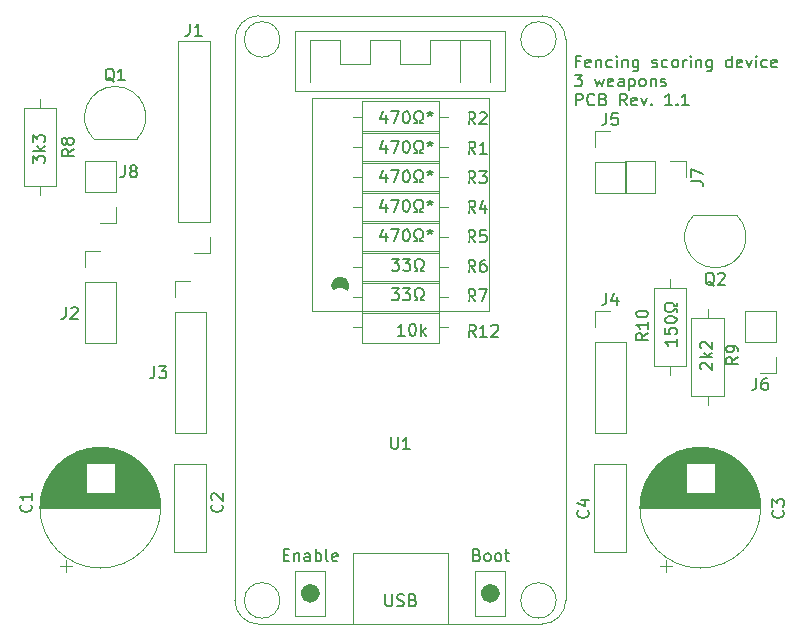
<source format=gto>
G04 #@! TF.GenerationSoftware,KiCad,Pcbnew,8.0.7*
G04 #@! TF.CreationDate,2024-12-29T16:59:57+01:00*
G04 #@! TF.ProjectId,ESP32ScoringDeviceV1.1,45535033-3253-4636-9f72-696e67446576,1.1*
G04 #@! TF.SameCoordinates,Original*
G04 #@! TF.FileFunction,Legend,Top*
G04 #@! TF.FilePolarity,Positive*
%FSLAX46Y46*%
G04 Gerber Fmt 4.6, Leading zero omitted, Abs format (unit mm)*
G04 Created by KiCad (PCBNEW 8.0.7) date 2024-12-29 16:59:57*
%MOMM*%
%LPD*%
G01*
G04 APERTURE LIST*
%ADD10C,0.150000*%
%ADD11C,0.120000*%
%ADD12C,1.000000*%
%ADD13C,0.800000*%
%ADD14C,2.600000*%
%ADD15C,3.800000*%
%ADD16R,1.700000X1.700000*%
%ADD17O,1.700000X1.700000*%
%ADD18C,1.600000*%
%ADD19R,1.524000X1.524000*%
%ADD20C,1.524000*%
%ADD21O,1.600000X1.600000*%
%ADD22R,2.000000X2.000000*%
%ADD23C,2.000000*%
%ADD24R,1.050000X1.500000*%
%ADD25O,1.050000X1.500000*%
G04 APERTURE END LIST*
D10*
X111021541Y-100909819D02*
X111640588Y-100909819D01*
X111640588Y-100909819D02*
X111307255Y-101290771D01*
X111307255Y-101290771D02*
X111450112Y-101290771D01*
X111450112Y-101290771D02*
X111545350Y-101338390D01*
X111545350Y-101338390D02*
X111592969Y-101386009D01*
X111592969Y-101386009D02*
X111640588Y-101481247D01*
X111640588Y-101481247D02*
X111640588Y-101719342D01*
X111640588Y-101719342D02*
X111592969Y-101814580D01*
X111592969Y-101814580D02*
X111545350Y-101862200D01*
X111545350Y-101862200D02*
X111450112Y-101909819D01*
X111450112Y-101909819D02*
X111164398Y-101909819D01*
X111164398Y-101909819D02*
X111069160Y-101862200D01*
X111069160Y-101862200D02*
X111021541Y-101814580D01*
X111973922Y-100909819D02*
X112592969Y-100909819D01*
X112592969Y-100909819D02*
X112259636Y-101290771D01*
X112259636Y-101290771D02*
X112402493Y-101290771D01*
X112402493Y-101290771D02*
X112497731Y-101338390D01*
X112497731Y-101338390D02*
X112545350Y-101386009D01*
X112545350Y-101386009D02*
X112592969Y-101481247D01*
X112592969Y-101481247D02*
X112592969Y-101719342D01*
X112592969Y-101719342D02*
X112545350Y-101814580D01*
X112545350Y-101814580D02*
X112497731Y-101862200D01*
X112497731Y-101862200D02*
X112402493Y-101909819D01*
X112402493Y-101909819D02*
X112116779Y-101909819D01*
X112116779Y-101909819D02*
X112021541Y-101862200D01*
X112021541Y-101862200D02*
X111973922Y-101814580D01*
X112973922Y-101909819D02*
X113212017Y-101909819D01*
X113212017Y-101909819D02*
X113212017Y-101719342D01*
X113212017Y-101719342D02*
X113116779Y-101671723D01*
X113116779Y-101671723D02*
X113021541Y-101576485D01*
X113021541Y-101576485D02*
X112973922Y-101433628D01*
X112973922Y-101433628D02*
X112973922Y-101195533D01*
X112973922Y-101195533D02*
X113021541Y-101052676D01*
X113021541Y-101052676D02*
X113116779Y-100957438D01*
X113116779Y-100957438D02*
X113259636Y-100909819D01*
X113259636Y-100909819D02*
X113450112Y-100909819D01*
X113450112Y-100909819D02*
X113592969Y-100957438D01*
X113592969Y-100957438D02*
X113688207Y-101052676D01*
X113688207Y-101052676D02*
X113735826Y-101195533D01*
X113735826Y-101195533D02*
X113735826Y-101433628D01*
X113735826Y-101433628D02*
X113688207Y-101576485D01*
X113688207Y-101576485D02*
X113592969Y-101671723D01*
X113592969Y-101671723D02*
X113497731Y-101719342D01*
X113497731Y-101719342D02*
X113497731Y-101909819D01*
X113497731Y-101909819D02*
X113735826Y-101909819D01*
X111021541Y-103409819D02*
X111640588Y-103409819D01*
X111640588Y-103409819D02*
X111307255Y-103790771D01*
X111307255Y-103790771D02*
X111450112Y-103790771D01*
X111450112Y-103790771D02*
X111545350Y-103838390D01*
X111545350Y-103838390D02*
X111592969Y-103886009D01*
X111592969Y-103886009D02*
X111640588Y-103981247D01*
X111640588Y-103981247D02*
X111640588Y-104219342D01*
X111640588Y-104219342D02*
X111592969Y-104314580D01*
X111592969Y-104314580D02*
X111545350Y-104362200D01*
X111545350Y-104362200D02*
X111450112Y-104409819D01*
X111450112Y-104409819D02*
X111164398Y-104409819D01*
X111164398Y-104409819D02*
X111069160Y-104362200D01*
X111069160Y-104362200D02*
X111021541Y-104314580D01*
X111973922Y-103409819D02*
X112592969Y-103409819D01*
X112592969Y-103409819D02*
X112259636Y-103790771D01*
X112259636Y-103790771D02*
X112402493Y-103790771D01*
X112402493Y-103790771D02*
X112497731Y-103838390D01*
X112497731Y-103838390D02*
X112545350Y-103886009D01*
X112545350Y-103886009D02*
X112592969Y-103981247D01*
X112592969Y-103981247D02*
X112592969Y-104219342D01*
X112592969Y-104219342D02*
X112545350Y-104314580D01*
X112545350Y-104314580D02*
X112497731Y-104362200D01*
X112497731Y-104362200D02*
X112402493Y-104409819D01*
X112402493Y-104409819D02*
X112116779Y-104409819D01*
X112116779Y-104409819D02*
X112021541Y-104362200D01*
X112021541Y-104362200D02*
X111973922Y-104314580D01*
X112973922Y-104409819D02*
X113212017Y-104409819D01*
X113212017Y-104409819D02*
X113212017Y-104219342D01*
X113212017Y-104219342D02*
X113116779Y-104171723D01*
X113116779Y-104171723D02*
X113021541Y-104076485D01*
X113021541Y-104076485D02*
X112973922Y-103933628D01*
X112973922Y-103933628D02*
X112973922Y-103695533D01*
X112973922Y-103695533D02*
X113021541Y-103552676D01*
X113021541Y-103552676D02*
X113116779Y-103457438D01*
X113116779Y-103457438D02*
X113259636Y-103409819D01*
X113259636Y-103409819D02*
X113450112Y-103409819D01*
X113450112Y-103409819D02*
X113592969Y-103457438D01*
X113592969Y-103457438D02*
X113688207Y-103552676D01*
X113688207Y-103552676D02*
X113735826Y-103695533D01*
X113735826Y-103695533D02*
X113735826Y-103933628D01*
X113735826Y-103933628D02*
X113688207Y-104076485D01*
X113688207Y-104076485D02*
X113592969Y-104171723D01*
X113592969Y-104171723D02*
X113497731Y-104219342D01*
X113497731Y-104219342D02*
X113497731Y-104409819D01*
X113497731Y-104409819D02*
X113735826Y-104409819D01*
X110545350Y-91243152D02*
X110545350Y-91909819D01*
X110307255Y-90862200D02*
X110069160Y-91576485D01*
X110069160Y-91576485D02*
X110688207Y-91576485D01*
X110973922Y-90909819D02*
X111640588Y-90909819D01*
X111640588Y-90909819D02*
X111212017Y-91909819D01*
X112212017Y-90909819D02*
X112307255Y-90909819D01*
X112307255Y-90909819D02*
X112402493Y-90957438D01*
X112402493Y-90957438D02*
X112450112Y-91005057D01*
X112450112Y-91005057D02*
X112497731Y-91100295D01*
X112497731Y-91100295D02*
X112545350Y-91290771D01*
X112545350Y-91290771D02*
X112545350Y-91528866D01*
X112545350Y-91528866D02*
X112497731Y-91719342D01*
X112497731Y-91719342D02*
X112450112Y-91814580D01*
X112450112Y-91814580D02*
X112402493Y-91862200D01*
X112402493Y-91862200D02*
X112307255Y-91909819D01*
X112307255Y-91909819D02*
X112212017Y-91909819D01*
X112212017Y-91909819D02*
X112116779Y-91862200D01*
X112116779Y-91862200D02*
X112069160Y-91814580D01*
X112069160Y-91814580D02*
X112021541Y-91719342D01*
X112021541Y-91719342D02*
X111973922Y-91528866D01*
X111973922Y-91528866D02*
X111973922Y-91290771D01*
X111973922Y-91290771D02*
X112021541Y-91100295D01*
X112021541Y-91100295D02*
X112069160Y-91005057D01*
X112069160Y-91005057D02*
X112116779Y-90957438D01*
X112116779Y-90957438D02*
X112212017Y-90909819D01*
X112926303Y-91909819D02*
X113164398Y-91909819D01*
X113164398Y-91909819D02*
X113164398Y-91719342D01*
X113164398Y-91719342D02*
X113069160Y-91671723D01*
X113069160Y-91671723D02*
X112973922Y-91576485D01*
X112973922Y-91576485D02*
X112926303Y-91433628D01*
X112926303Y-91433628D02*
X112926303Y-91195533D01*
X112926303Y-91195533D02*
X112973922Y-91052676D01*
X112973922Y-91052676D02*
X113069160Y-90957438D01*
X113069160Y-90957438D02*
X113212017Y-90909819D01*
X113212017Y-90909819D02*
X113402493Y-90909819D01*
X113402493Y-90909819D02*
X113545350Y-90957438D01*
X113545350Y-90957438D02*
X113640588Y-91052676D01*
X113640588Y-91052676D02*
X113688207Y-91195533D01*
X113688207Y-91195533D02*
X113688207Y-91433628D01*
X113688207Y-91433628D02*
X113640588Y-91576485D01*
X113640588Y-91576485D02*
X113545350Y-91671723D01*
X113545350Y-91671723D02*
X113450112Y-91719342D01*
X113450112Y-91719342D02*
X113450112Y-91909819D01*
X113450112Y-91909819D02*
X113688207Y-91909819D01*
X114259636Y-90909819D02*
X114259636Y-91147914D01*
X114021541Y-91052676D02*
X114259636Y-91147914D01*
X114259636Y-91147914D02*
X114497731Y-91052676D01*
X114116779Y-91338390D02*
X114259636Y-91147914D01*
X114259636Y-91147914D02*
X114402493Y-91338390D01*
X80649819Y-92798458D02*
X80649819Y-92179411D01*
X80649819Y-92179411D02*
X81030771Y-92512744D01*
X81030771Y-92512744D02*
X81030771Y-92369887D01*
X81030771Y-92369887D02*
X81078390Y-92274649D01*
X81078390Y-92274649D02*
X81126009Y-92227030D01*
X81126009Y-92227030D02*
X81221247Y-92179411D01*
X81221247Y-92179411D02*
X81459342Y-92179411D01*
X81459342Y-92179411D02*
X81554580Y-92227030D01*
X81554580Y-92227030D02*
X81602200Y-92274649D01*
X81602200Y-92274649D02*
X81649819Y-92369887D01*
X81649819Y-92369887D02*
X81649819Y-92655601D01*
X81649819Y-92655601D02*
X81602200Y-92750839D01*
X81602200Y-92750839D02*
X81554580Y-92798458D01*
X81649819Y-91750839D02*
X80649819Y-91750839D01*
X81268866Y-91655601D02*
X81649819Y-91369887D01*
X80983152Y-91369887D02*
X81364104Y-91750839D01*
X80649819Y-91036553D02*
X80649819Y-90417506D01*
X80649819Y-90417506D02*
X81030771Y-90750839D01*
X81030771Y-90750839D02*
X81030771Y-90607982D01*
X81030771Y-90607982D02*
X81078390Y-90512744D01*
X81078390Y-90512744D02*
X81126009Y-90465125D01*
X81126009Y-90465125D02*
X81221247Y-90417506D01*
X81221247Y-90417506D02*
X81459342Y-90417506D01*
X81459342Y-90417506D02*
X81554580Y-90465125D01*
X81554580Y-90465125D02*
X81602200Y-90512744D01*
X81602200Y-90512744D02*
X81649819Y-90607982D01*
X81649819Y-90607982D02*
X81649819Y-90893696D01*
X81649819Y-90893696D02*
X81602200Y-90988934D01*
X81602200Y-90988934D02*
X81554580Y-91036553D01*
X126950112Y-84166121D02*
X126616779Y-84166121D01*
X126616779Y-84689931D02*
X126616779Y-83689931D01*
X126616779Y-83689931D02*
X127092969Y-83689931D01*
X127854874Y-84642312D02*
X127759636Y-84689931D01*
X127759636Y-84689931D02*
X127569160Y-84689931D01*
X127569160Y-84689931D02*
X127473922Y-84642312D01*
X127473922Y-84642312D02*
X127426303Y-84547073D01*
X127426303Y-84547073D02*
X127426303Y-84166121D01*
X127426303Y-84166121D02*
X127473922Y-84070883D01*
X127473922Y-84070883D02*
X127569160Y-84023264D01*
X127569160Y-84023264D02*
X127759636Y-84023264D01*
X127759636Y-84023264D02*
X127854874Y-84070883D01*
X127854874Y-84070883D02*
X127902493Y-84166121D01*
X127902493Y-84166121D02*
X127902493Y-84261359D01*
X127902493Y-84261359D02*
X127426303Y-84356597D01*
X128331065Y-84023264D02*
X128331065Y-84689931D01*
X128331065Y-84118502D02*
X128378684Y-84070883D01*
X128378684Y-84070883D02*
X128473922Y-84023264D01*
X128473922Y-84023264D02*
X128616779Y-84023264D01*
X128616779Y-84023264D02*
X128712017Y-84070883D01*
X128712017Y-84070883D02*
X128759636Y-84166121D01*
X128759636Y-84166121D02*
X128759636Y-84689931D01*
X129664398Y-84642312D02*
X129569160Y-84689931D01*
X129569160Y-84689931D02*
X129378684Y-84689931D01*
X129378684Y-84689931D02*
X129283446Y-84642312D01*
X129283446Y-84642312D02*
X129235827Y-84594692D01*
X129235827Y-84594692D02*
X129188208Y-84499454D01*
X129188208Y-84499454D02*
X129188208Y-84213740D01*
X129188208Y-84213740D02*
X129235827Y-84118502D01*
X129235827Y-84118502D02*
X129283446Y-84070883D01*
X129283446Y-84070883D02*
X129378684Y-84023264D01*
X129378684Y-84023264D02*
X129569160Y-84023264D01*
X129569160Y-84023264D02*
X129664398Y-84070883D01*
X130092970Y-84689931D02*
X130092970Y-84023264D01*
X130092970Y-83689931D02*
X130045351Y-83737550D01*
X130045351Y-83737550D02*
X130092970Y-83785169D01*
X130092970Y-83785169D02*
X130140589Y-83737550D01*
X130140589Y-83737550D02*
X130092970Y-83689931D01*
X130092970Y-83689931D02*
X130092970Y-83785169D01*
X130569160Y-84023264D02*
X130569160Y-84689931D01*
X130569160Y-84118502D02*
X130616779Y-84070883D01*
X130616779Y-84070883D02*
X130712017Y-84023264D01*
X130712017Y-84023264D02*
X130854874Y-84023264D01*
X130854874Y-84023264D02*
X130950112Y-84070883D01*
X130950112Y-84070883D02*
X130997731Y-84166121D01*
X130997731Y-84166121D02*
X130997731Y-84689931D01*
X131902493Y-84023264D02*
X131902493Y-84832788D01*
X131902493Y-84832788D02*
X131854874Y-84928026D01*
X131854874Y-84928026D02*
X131807255Y-84975645D01*
X131807255Y-84975645D02*
X131712017Y-85023264D01*
X131712017Y-85023264D02*
X131569160Y-85023264D01*
X131569160Y-85023264D02*
X131473922Y-84975645D01*
X131902493Y-84642312D02*
X131807255Y-84689931D01*
X131807255Y-84689931D02*
X131616779Y-84689931D01*
X131616779Y-84689931D02*
X131521541Y-84642312D01*
X131521541Y-84642312D02*
X131473922Y-84594692D01*
X131473922Y-84594692D02*
X131426303Y-84499454D01*
X131426303Y-84499454D02*
X131426303Y-84213740D01*
X131426303Y-84213740D02*
X131473922Y-84118502D01*
X131473922Y-84118502D02*
X131521541Y-84070883D01*
X131521541Y-84070883D02*
X131616779Y-84023264D01*
X131616779Y-84023264D02*
X131807255Y-84023264D01*
X131807255Y-84023264D02*
X131902493Y-84070883D01*
X133092970Y-84642312D02*
X133188208Y-84689931D01*
X133188208Y-84689931D02*
X133378684Y-84689931D01*
X133378684Y-84689931D02*
X133473922Y-84642312D01*
X133473922Y-84642312D02*
X133521541Y-84547073D01*
X133521541Y-84547073D02*
X133521541Y-84499454D01*
X133521541Y-84499454D02*
X133473922Y-84404216D01*
X133473922Y-84404216D02*
X133378684Y-84356597D01*
X133378684Y-84356597D02*
X133235827Y-84356597D01*
X133235827Y-84356597D02*
X133140589Y-84308978D01*
X133140589Y-84308978D02*
X133092970Y-84213740D01*
X133092970Y-84213740D02*
X133092970Y-84166121D01*
X133092970Y-84166121D02*
X133140589Y-84070883D01*
X133140589Y-84070883D02*
X133235827Y-84023264D01*
X133235827Y-84023264D02*
X133378684Y-84023264D01*
X133378684Y-84023264D02*
X133473922Y-84070883D01*
X134378684Y-84642312D02*
X134283446Y-84689931D01*
X134283446Y-84689931D02*
X134092970Y-84689931D01*
X134092970Y-84689931D02*
X133997732Y-84642312D01*
X133997732Y-84642312D02*
X133950113Y-84594692D01*
X133950113Y-84594692D02*
X133902494Y-84499454D01*
X133902494Y-84499454D02*
X133902494Y-84213740D01*
X133902494Y-84213740D02*
X133950113Y-84118502D01*
X133950113Y-84118502D02*
X133997732Y-84070883D01*
X133997732Y-84070883D02*
X134092970Y-84023264D01*
X134092970Y-84023264D02*
X134283446Y-84023264D01*
X134283446Y-84023264D02*
X134378684Y-84070883D01*
X134950113Y-84689931D02*
X134854875Y-84642312D01*
X134854875Y-84642312D02*
X134807256Y-84594692D01*
X134807256Y-84594692D02*
X134759637Y-84499454D01*
X134759637Y-84499454D02*
X134759637Y-84213740D01*
X134759637Y-84213740D02*
X134807256Y-84118502D01*
X134807256Y-84118502D02*
X134854875Y-84070883D01*
X134854875Y-84070883D02*
X134950113Y-84023264D01*
X134950113Y-84023264D02*
X135092970Y-84023264D01*
X135092970Y-84023264D02*
X135188208Y-84070883D01*
X135188208Y-84070883D02*
X135235827Y-84118502D01*
X135235827Y-84118502D02*
X135283446Y-84213740D01*
X135283446Y-84213740D02*
X135283446Y-84499454D01*
X135283446Y-84499454D02*
X135235827Y-84594692D01*
X135235827Y-84594692D02*
X135188208Y-84642312D01*
X135188208Y-84642312D02*
X135092970Y-84689931D01*
X135092970Y-84689931D02*
X134950113Y-84689931D01*
X135712018Y-84689931D02*
X135712018Y-84023264D01*
X135712018Y-84213740D02*
X135759637Y-84118502D01*
X135759637Y-84118502D02*
X135807256Y-84070883D01*
X135807256Y-84070883D02*
X135902494Y-84023264D01*
X135902494Y-84023264D02*
X135997732Y-84023264D01*
X136331066Y-84689931D02*
X136331066Y-84023264D01*
X136331066Y-83689931D02*
X136283447Y-83737550D01*
X136283447Y-83737550D02*
X136331066Y-83785169D01*
X136331066Y-83785169D02*
X136378685Y-83737550D01*
X136378685Y-83737550D02*
X136331066Y-83689931D01*
X136331066Y-83689931D02*
X136331066Y-83785169D01*
X136807256Y-84023264D02*
X136807256Y-84689931D01*
X136807256Y-84118502D02*
X136854875Y-84070883D01*
X136854875Y-84070883D02*
X136950113Y-84023264D01*
X136950113Y-84023264D02*
X137092970Y-84023264D01*
X137092970Y-84023264D02*
X137188208Y-84070883D01*
X137188208Y-84070883D02*
X137235827Y-84166121D01*
X137235827Y-84166121D02*
X137235827Y-84689931D01*
X138140589Y-84023264D02*
X138140589Y-84832788D01*
X138140589Y-84832788D02*
X138092970Y-84928026D01*
X138092970Y-84928026D02*
X138045351Y-84975645D01*
X138045351Y-84975645D02*
X137950113Y-85023264D01*
X137950113Y-85023264D02*
X137807256Y-85023264D01*
X137807256Y-85023264D02*
X137712018Y-84975645D01*
X138140589Y-84642312D02*
X138045351Y-84689931D01*
X138045351Y-84689931D02*
X137854875Y-84689931D01*
X137854875Y-84689931D02*
X137759637Y-84642312D01*
X137759637Y-84642312D02*
X137712018Y-84594692D01*
X137712018Y-84594692D02*
X137664399Y-84499454D01*
X137664399Y-84499454D02*
X137664399Y-84213740D01*
X137664399Y-84213740D02*
X137712018Y-84118502D01*
X137712018Y-84118502D02*
X137759637Y-84070883D01*
X137759637Y-84070883D02*
X137854875Y-84023264D01*
X137854875Y-84023264D02*
X138045351Y-84023264D01*
X138045351Y-84023264D02*
X138140589Y-84070883D01*
X139807256Y-84689931D02*
X139807256Y-83689931D01*
X139807256Y-84642312D02*
X139712018Y-84689931D01*
X139712018Y-84689931D02*
X139521542Y-84689931D01*
X139521542Y-84689931D02*
X139426304Y-84642312D01*
X139426304Y-84642312D02*
X139378685Y-84594692D01*
X139378685Y-84594692D02*
X139331066Y-84499454D01*
X139331066Y-84499454D02*
X139331066Y-84213740D01*
X139331066Y-84213740D02*
X139378685Y-84118502D01*
X139378685Y-84118502D02*
X139426304Y-84070883D01*
X139426304Y-84070883D02*
X139521542Y-84023264D01*
X139521542Y-84023264D02*
X139712018Y-84023264D01*
X139712018Y-84023264D02*
X139807256Y-84070883D01*
X140664399Y-84642312D02*
X140569161Y-84689931D01*
X140569161Y-84689931D02*
X140378685Y-84689931D01*
X140378685Y-84689931D02*
X140283447Y-84642312D01*
X140283447Y-84642312D02*
X140235828Y-84547073D01*
X140235828Y-84547073D02*
X140235828Y-84166121D01*
X140235828Y-84166121D02*
X140283447Y-84070883D01*
X140283447Y-84070883D02*
X140378685Y-84023264D01*
X140378685Y-84023264D02*
X140569161Y-84023264D01*
X140569161Y-84023264D02*
X140664399Y-84070883D01*
X140664399Y-84070883D02*
X140712018Y-84166121D01*
X140712018Y-84166121D02*
X140712018Y-84261359D01*
X140712018Y-84261359D02*
X140235828Y-84356597D01*
X141045352Y-84023264D02*
X141283447Y-84689931D01*
X141283447Y-84689931D02*
X141521542Y-84023264D01*
X141902495Y-84689931D02*
X141902495Y-84023264D01*
X141902495Y-83689931D02*
X141854876Y-83737550D01*
X141854876Y-83737550D02*
X141902495Y-83785169D01*
X141902495Y-83785169D02*
X141950114Y-83737550D01*
X141950114Y-83737550D02*
X141902495Y-83689931D01*
X141902495Y-83689931D02*
X141902495Y-83785169D01*
X142807256Y-84642312D02*
X142712018Y-84689931D01*
X142712018Y-84689931D02*
X142521542Y-84689931D01*
X142521542Y-84689931D02*
X142426304Y-84642312D01*
X142426304Y-84642312D02*
X142378685Y-84594692D01*
X142378685Y-84594692D02*
X142331066Y-84499454D01*
X142331066Y-84499454D02*
X142331066Y-84213740D01*
X142331066Y-84213740D02*
X142378685Y-84118502D01*
X142378685Y-84118502D02*
X142426304Y-84070883D01*
X142426304Y-84070883D02*
X142521542Y-84023264D01*
X142521542Y-84023264D02*
X142712018Y-84023264D01*
X142712018Y-84023264D02*
X142807256Y-84070883D01*
X143616780Y-84642312D02*
X143521542Y-84689931D01*
X143521542Y-84689931D02*
X143331066Y-84689931D01*
X143331066Y-84689931D02*
X143235828Y-84642312D01*
X143235828Y-84642312D02*
X143188209Y-84547073D01*
X143188209Y-84547073D02*
X143188209Y-84166121D01*
X143188209Y-84166121D02*
X143235828Y-84070883D01*
X143235828Y-84070883D02*
X143331066Y-84023264D01*
X143331066Y-84023264D02*
X143521542Y-84023264D01*
X143521542Y-84023264D02*
X143616780Y-84070883D01*
X143616780Y-84070883D02*
X143664399Y-84166121D01*
X143664399Y-84166121D02*
X143664399Y-84261359D01*
X143664399Y-84261359D02*
X143188209Y-84356597D01*
X126521541Y-85299875D02*
X127140588Y-85299875D01*
X127140588Y-85299875D02*
X126807255Y-85680827D01*
X126807255Y-85680827D02*
X126950112Y-85680827D01*
X126950112Y-85680827D02*
X127045350Y-85728446D01*
X127045350Y-85728446D02*
X127092969Y-85776065D01*
X127092969Y-85776065D02*
X127140588Y-85871303D01*
X127140588Y-85871303D02*
X127140588Y-86109398D01*
X127140588Y-86109398D02*
X127092969Y-86204636D01*
X127092969Y-86204636D02*
X127045350Y-86252256D01*
X127045350Y-86252256D02*
X126950112Y-86299875D01*
X126950112Y-86299875D02*
X126664398Y-86299875D01*
X126664398Y-86299875D02*
X126569160Y-86252256D01*
X126569160Y-86252256D02*
X126521541Y-86204636D01*
X128235827Y-85633208D02*
X128426303Y-86299875D01*
X128426303Y-86299875D02*
X128616779Y-85823684D01*
X128616779Y-85823684D02*
X128807255Y-86299875D01*
X128807255Y-86299875D02*
X128997731Y-85633208D01*
X129759636Y-86252256D02*
X129664398Y-86299875D01*
X129664398Y-86299875D02*
X129473922Y-86299875D01*
X129473922Y-86299875D02*
X129378684Y-86252256D01*
X129378684Y-86252256D02*
X129331065Y-86157017D01*
X129331065Y-86157017D02*
X129331065Y-85776065D01*
X129331065Y-85776065D02*
X129378684Y-85680827D01*
X129378684Y-85680827D02*
X129473922Y-85633208D01*
X129473922Y-85633208D02*
X129664398Y-85633208D01*
X129664398Y-85633208D02*
X129759636Y-85680827D01*
X129759636Y-85680827D02*
X129807255Y-85776065D01*
X129807255Y-85776065D02*
X129807255Y-85871303D01*
X129807255Y-85871303D02*
X129331065Y-85966541D01*
X130664398Y-86299875D02*
X130664398Y-85776065D01*
X130664398Y-85776065D02*
X130616779Y-85680827D01*
X130616779Y-85680827D02*
X130521541Y-85633208D01*
X130521541Y-85633208D02*
X130331065Y-85633208D01*
X130331065Y-85633208D02*
X130235827Y-85680827D01*
X130664398Y-86252256D02*
X130569160Y-86299875D01*
X130569160Y-86299875D02*
X130331065Y-86299875D01*
X130331065Y-86299875D02*
X130235827Y-86252256D01*
X130235827Y-86252256D02*
X130188208Y-86157017D01*
X130188208Y-86157017D02*
X130188208Y-86061779D01*
X130188208Y-86061779D02*
X130235827Y-85966541D01*
X130235827Y-85966541D02*
X130331065Y-85918922D01*
X130331065Y-85918922D02*
X130569160Y-85918922D01*
X130569160Y-85918922D02*
X130664398Y-85871303D01*
X131140589Y-85633208D02*
X131140589Y-86633208D01*
X131140589Y-85680827D02*
X131235827Y-85633208D01*
X131235827Y-85633208D02*
X131426303Y-85633208D01*
X131426303Y-85633208D02*
X131521541Y-85680827D01*
X131521541Y-85680827D02*
X131569160Y-85728446D01*
X131569160Y-85728446D02*
X131616779Y-85823684D01*
X131616779Y-85823684D02*
X131616779Y-86109398D01*
X131616779Y-86109398D02*
X131569160Y-86204636D01*
X131569160Y-86204636D02*
X131521541Y-86252256D01*
X131521541Y-86252256D02*
X131426303Y-86299875D01*
X131426303Y-86299875D02*
X131235827Y-86299875D01*
X131235827Y-86299875D02*
X131140589Y-86252256D01*
X132188208Y-86299875D02*
X132092970Y-86252256D01*
X132092970Y-86252256D02*
X132045351Y-86204636D01*
X132045351Y-86204636D02*
X131997732Y-86109398D01*
X131997732Y-86109398D02*
X131997732Y-85823684D01*
X131997732Y-85823684D02*
X132045351Y-85728446D01*
X132045351Y-85728446D02*
X132092970Y-85680827D01*
X132092970Y-85680827D02*
X132188208Y-85633208D01*
X132188208Y-85633208D02*
X132331065Y-85633208D01*
X132331065Y-85633208D02*
X132426303Y-85680827D01*
X132426303Y-85680827D02*
X132473922Y-85728446D01*
X132473922Y-85728446D02*
X132521541Y-85823684D01*
X132521541Y-85823684D02*
X132521541Y-86109398D01*
X132521541Y-86109398D02*
X132473922Y-86204636D01*
X132473922Y-86204636D02*
X132426303Y-86252256D01*
X132426303Y-86252256D02*
X132331065Y-86299875D01*
X132331065Y-86299875D02*
X132188208Y-86299875D01*
X132950113Y-85633208D02*
X132950113Y-86299875D01*
X132950113Y-85728446D02*
X132997732Y-85680827D01*
X132997732Y-85680827D02*
X133092970Y-85633208D01*
X133092970Y-85633208D02*
X133235827Y-85633208D01*
X133235827Y-85633208D02*
X133331065Y-85680827D01*
X133331065Y-85680827D02*
X133378684Y-85776065D01*
X133378684Y-85776065D02*
X133378684Y-86299875D01*
X133807256Y-86252256D02*
X133902494Y-86299875D01*
X133902494Y-86299875D02*
X134092970Y-86299875D01*
X134092970Y-86299875D02*
X134188208Y-86252256D01*
X134188208Y-86252256D02*
X134235827Y-86157017D01*
X134235827Y-86157017D02*
X134235827Y-86109398D01*
X134235827Y-86109398D02*
X134188208Y-86014160D01*
X134188208Y-86014160D02*
X134092970Y-85966541D01*
X134092970Y-85966541D02*
X133950113Y-85966541D01*
X133950113Y-85966541D02*
X133854875Y-85918922D01*
X133854875Y-85918922D02*
X133807256Y-85823684D01*
X133807256Y-85823684D02*
X133807256Y-85776065D01*
X133807256Y-85776065D02*
X133854875Y-85680827D01*
X133854875Y-85680827D02*
X133950113Y-85633208D01*
X133950113Y-85633208D02*
X134092970Y-85633208D01*
X134092970Y-85633208D02*
X134188208Y-85680827D01*
X126616779Y-87909819D02*
X126616779Y-86909819D01*
X126616779Y-86909819D02*
X126997731Y-86909819D01*
X126997731Y-86909819D02*
X127092969Y-86957438D01*
X127092969Y-86957438D02*
X127140588Y-87005057D01*
X127140588Y-87005057D02*
X127188207Y-87100295D01*
X127188207Y-87100295D02*
X127188207Y-87243152D01*
X127188207Y-87243152D02*
X127140588Y-87338390D01*
X127140588Y-87338390D02*
X127092969Y-87386009D01*
X127092969Y-87386009D02*
X126997731Y-87433628D01*
X126997731Y-87433628D02*
X126616779Y-87433628D01*
X128188207Y-87814580D02*
X128140588Y-87862200D01*
X128140588Y-87862200D02*
X127997731Y-87909819D01*
X127997731Y-87909819D02*
X127902493Y-87909819D01*
X127902493Y-87909819D02*
X127759636Y-87862200D01*
X127759636Y-87862200D02*
X127664398Y-87766961D01*
X127664398Y-87766961D02*
X127616779Y-87671723D01*
X127616779Y-87671723D02*
X127569160Y-87481247D01*
X127569160Y-87481247D02*
X127569160Y-87338390D01*
X127569160Y-87338390D02*
X127616779Y-87147914D01*
X127616779Y-87147914D02*
X127664398Y-87052676D01*
X127664398Y-87052676D02*
X127759636Y-86957438D01*
X127759636Y-86957438D02*
X127902493Y-86909819D01*
X127902493Y-86909819D02*
X127997731Y-86909819D01*
X127997731Y-86909819D02*
X128140588Y-86957438D01*
X128140588Y-86957438D02*
X128188207Y-87005057D01*
X128950112Y-87386009D02*
X129092969Y-87433628D01*
X129092969Y-87433628D02*
X129140588Y-87481247D01*
X129140588Y-87481247D02*
X129188207Y-87576485D01*
X129188207Y-87576485D02*
X129188207Y-87719342D01*
X129188207Y-87719342D02*
X129140588Y-87814580D01*
X129140588Y-87814580D02*
X129092969Y-87862200D01*
X129092969Y-87862200D02*
X128997731Y-87909819D01*
X128997731Y-87909819D02*
X128616779Y-87909819D01*
X128616779Y-87909819D02*
X128616779Y-86909819D01*
X128616779Y-86909819D02*
X128950112Y-86909819D01*
X128950112Y-86909819D02*
X129045350Y-86957438D01*
X129045350Y-86957438D02*
X129092969Y-87005057D01*
X129092969Y-87005057D02*
X129140588Y-87100295D01*
X129140588Y-87100295D02*
X129140588Y-87195533D01*
X129140588Y-87195533D02*
X129092969Y-87290771D01*
X129092969Y-87290771D02*
X129045350Y-87338390D01*
X129045350Y-87338390D02*
X128950112Y-87386009D01*
X128950112Y-87386009D02*
X128616779Y-87386009D01*
X130950112Y-87909819D02*
X130616779Y-87433628D01*
X130378684Y-87909819D02*
X130378684Y-86909819D01*
X130378684Y-86909819D02*
X130759636Y-86909819D01*
X130759636Y-86909819D02*
X130854874Y-86957438D01*
X130854874Y-86957438D02*
X130902493Y-87005057D01*
X130902493Y-87005057D02*
X130950112Y-87100295D01*
X130950112Y-87100295D02*
X130950112Y-87243152D01*
X130950112Y-87243152D02*
X130902493Y-87338390D01*
X130902493Y-87338390D02*
X130854874Y-87386009D01*
X130854874Y-87386009D02*
X130759636Y-87433628D01*
X130759636Y-87433628D02*
X130378684Y-87433628D01*
X131759636Y-87862200D02*
X131664398Y-87909819D01*
X131664398Y-87909819D02*
X131473922Y-87909819D01*
X131473922Y-87909819D02*
X131378684Y-87862200D01*
X131378684Y-87862200D02*
X131331065Y-87766961D01*
X131331065Y-87766961D02*
X131331065Y-87386009D01*
X131331065Y-87386009D02*
X131378684Y-87290771D01*
X131378684Y-87290771D02*
X131473922Y-87243152D01*
X131473922Y-87243152D02*
X131664398Y-87243152D01*
X131664398Y-87243152D02*
X131759636Y-87290771D01*
X131759636Y-87290771D02*
X131807255Y-87386009D01*
X131807255Y-87386009D02*
X131807255Y-87481247D01*
X131807255Y-87481247D02*
X131331065Y-87576485D01*
X132140589Y-87243152D02*
X132378684Y-87909819D01*
X132378684Y-87909819D02*
X132616779Y-87243152D01*
X132997732Y-87814580D02*
X133045351Y-87862200D01*
X133045351Y-87862200D02*
X132997732Y-87909819D01*
X132997732Y-87909819D02*
X132950113Y-87862200D01*
X132950113Y-87862200D02*
X132997732Y-87814580D01*
X132997732Y-87814580D02*
X132997732Y-87909819D01*
X134759636Y-87909819D02*
X134188208Y-87909819D01*
X134473922Y-87909819D02*
X134473922Y-86909819D01*
X134473922Y-86909819D02*
X134378684Y-87052676D01*
X134378684Y-87052676D02*
X134283446Y-87147914D01*
X134283446Y-87147914D02*
X134188208Y-87195533D01*
X135188208Y-87814580D02*
X135235827Y-87862200D01*
X135235827Y-87862200D02*
X135188208Y-87909819D01*
X135188208Y-87909819D02*
X135140589Y-87862200D01*
X135140589Y-87862200D02*
X135188208Y-87814580D01*
X135188208Y-87814580D02*
X135188208Y-87909819D01*
X136188207Y-87909819D02*
X135616779Y-87909819D01*
X135902493Y-87909819D02*
X135902493Y-86909819D01*
X135902493Y-86909819D02*
X135807255Y-87052676D01*
X135807255Y-87052676D02*
X135712017Y-87147914D01*
X135712017Y-87147914D02*
X135616779Y-87195533D01*
X110545350Y-93743152D02*
X110545350Y-94409819D01*
X110307255Y-93362200D02*
X110069160Y-94076485D01*
X110069160Y-94076485D02*
X110688207Y-94076485D01*
X110973922Y-93409819D02*
X111640588Y-93409819D01*
X111640588Y-93409819D02*
X111212017Y-94409819D01*
X112212017Y-93409819D02*
X112307255Y-93409819D01*
X112307255Y-93409819D02*
X112402493Y-93457438D01*
X112402493Y-93457438D02*
X112450112Y-93505057D01*
X112450112Y-93505057D02*
X112497731Y-93600295D01*
X112497731Y-93600295D02*
X112545350Y-93790771D01*
X112545350Y-93790771D02*
X112545350Y-94028866D01*
X112545350Y-94028866D02*
X112497731Y-94219342D01*
X112497731Y-94219342D02*
X112450112Y-94314580D01*
X112450112Y-94314580D02*
X112402493Y-94362200D01*
X112402493Y-94362200D02*
X112307255Y-94409819D01*
X112307255Y-94409819D02*
X112212017Y-94409819D01*
X112212017Y-94409819D02*
X112116779Y-94362200D01*
X112116779Y-94362200D02*
X112069160Y-94314580D01*
X112069160Y-94314580D02*
X112021541Y-94219342D01*
X112021541Y-94219342D02*
X111973922Y-94028866D01*
X111973922Y-94028866D02*
X111973922Y-93790771D01*
X111973922Y-93790771D02*
X112021541Y-93600295D01*
X112021541Y-93600295D02*
X112069160Y-93505057D01*
X112069160Y-93505057D02*
X112116779Y-93457438D01*
X112116779Y-93457438D02*
X112212017Y-93409819D01*
X112926303Y-94409819D02*
X113164398Y-94409819D01*
X113164398Y-94409819D02*
X113164398Y-94219342D01*
X113164398Y-94219342D02*
X113069160Y-94171723D01*
X113069160Y-94171723D02*
X112973922Y-94076485D01*
X112973922Y-94076485D02*
X112926303Y-93933628D01*
X112926303Y-93933628D02*
X112926303Y-93695533D01*
X112926303Y-93695533D02*
X112973922Y-93552676D01*
X112973922Y-93552676D02*
X113069160Y-93457438D01*
X113069160Y-93457438D02*
X113212017Y-93409819D01*
X113212017Y-93409819D02*
X113402493Y-93409819D01*
X113402493Y-93409819D02*
X113545350Y-93457438D01*
X113545350Y-93457438D02*
X113640588Y-93552676D01*
X113640588Y-93552676D02*
X113688207Y-93695533D01*
X113688207Y-93695533D02*
X113688207Y-93933628D01*
X113688207Y-93933628D02*
X113640588Y-94076485D01*
X113640588Y-94076485D02*
X113545350Y-94171723D01*
X113545350Y-94171723D02*
X113450112Y-94219342D01*
X113450112Y-94219342D02*
X113450112Y-94409819D01*
X113450112Y-94409819D02*
X113688207Y-94409819D01*
X114259636Y-93409819D02*
X114259636Y-93647914D01*
X114021541Y-93552676D02*
X114259636Y-93647914D01*
X114259636Y-93647914D02*
X114497731Y-93552676D01*
X114116779Y-93838390D02*
X114259636Y-93647914D01*
X114259636Y-93647914D02*
X114402493Y-93838390D01*
X110545350Y-88743152D02*
X110545350Y-89409819D01*
X110307255Y-88362200D02*
X110069160Y-89076485D01*
X110069160Y-89076485D02*
X110688207Y-89076485D01*
X110973922Y-88409819D02*
X111640588Y-88409819D01*
X111640588Y-88409819D02*
X111212017Y-89409819D01*
X112212017Y-88409819D02*
X112307255Y-88409819D01*
X112307255Y-88409819D02*
X112402493Y-88457438D01*
X112402493Y-88457438D02*
X112450112Y-88505057D01*
X112450112Y-88505057D02*
X112497731Y-88600295D01*
X112497731Y-88600295D02*
X112545350Y-88790771D01*
X112545350Y-88790771D02*
X112545350Y-89028866D01*
X112545350Y-89028866D02*
X112497731Y-89219342D01*
X112497731Y-89219342D02*
X112450112Y-89314580D01*
X112450112Y-89314580D02*
X112402493Y-89362200D01*
X112402493Y-89362200D02*
X112307255Y-89409819D01*
X112307255Y-89409819D02*
X112212017Y-89409819D01*
X112212017Y-89409819D02*
X112116779Y-89362200D01*
X112116779Y-89362200D02*
X112069160Y-89314580D01*
X112069160Y-89314580D02*
X112021541Y-89219342D01*
X112021541Y-89219342D02*
X111973922Y-89028866D01*
X111973922Y-89028866D02*
X111973922Y-88790771D01*
X111973922Y-88790771D02*
X112021541Y-88600295D01*
X112021541Y-88600295D02*
X112069160Y-88505057D01*
X112069160Y-88505057D02*
X112116779Y-88457438D01*
X112116779Y-88457438D02*
X112212017Y-88409819D01*
X112926303Y-89409819D02*
X113164398Y-89409819D01*
X113164398Y-89409819D02*
X113164398Y-89219342D01*
X113164398Y-89219342D02*
X113069160Y-89171723D01*
X113069160Y-89171723D02*
X112973922Y-89076485D01*
X112973922Y-89076485D02*
X112926303Y-88933628D01*
X112926303Y-88933628D02*
X112926303Y-88695533D01*
X112926303Y-88695533D02*
X112973922Y-88552676D01*
X112973922Y-88552676D02*
X113069160Y-88457438D01*
X113069160Y-88457438D02*
X113212017Y-88409819D01*
X113212017Y-88409819D02*
X113402493Y-88409819D01*
X113402493Y-88409819D02*
X113545350Y-88457438D01*
X113545350Y-88457438D02*
X113640588Y-88552676D01*
X113640588Y-88552676D02*
X113688207Y-88695533D01*
X113688207Y-88695533D02*
X113688207Y-88933628D01*
X113688207Y-88933628D02*
X113640588Y-89076485D01*
X113640588Y-89076485D02*
X113545350Y-89171723D01*
X113545350Y-89171723D02*
X113450112Y-89219342D01*
X113450112Y-89219342D02*
X113450112Y-89409819D01*
X113450112Y-89409819D02*
X113688207Y-89409819D01*
X114259636Y-88409819D02*
X114259636Y-88647914D01*
X114021541Y-88552676D02*
X114259636Y-88647914D01*
X114259636Y-88647914D02*
X114497731Y-88552676D01*
X114116779Y-88838390D02*
X114259636Y-88647914D01*
X114259636Y-88647914D02*
X114402493Y-88838390D01*
X112140588Y-107409819D02*
X111569160Y-107409819D01*
X111854874Y-107409819D02*
X111854874Y-106409819D01*
X111854874Y-106409819D02*
X111759636Y-106552676D01*
X111759636Y-106552676D02*
X111664398Y-106647914D01*
X111664398Y-106647914D02*
X111569160Y-106695533D01*
X112759636Y-106409819D02*
X112854874Y-106409819D01*
X112854874Y-106409819D02*
X112950112Y-106457438D01*
X112950112Y-106457438D02*
X112997731Y-106505057D01*
X112997731Y-106505057D02*
X113045350Y-106600295D01*
X113045350Y-106600295D02*
X113092969Y-106790771D01*
X113092969Y-106790771D02*
X113092969Y-107028866D01*
X113092969Y-107028866D02*
X113045350Y-107219342D01*
X113045350Y-107219342D02*
X112997731Y-107314580D01*
X112997731Y-107314580D02*
X112950112Y-107362200D01*
X112950112Y-107362200D02*
X112854874Y-107409819D01*
X112854874Y-107409819D02*
X112759636Y-107409819D01*
X112759636Y-107409819D02*
X112664398Y-107362200D01*
X112664398Y-107362200D02*
X112616779Y-107314580D01*
X112616779Y-107314580D02*
X112569160Y-107219342D01*
X112569160Y-107219342D02*
X112521541Y-107028866D01*
X112521541Y-107028866D02*
X112521541Y-106790771D01*
X112521541Y-106790771D02*
X112569160Y-106600295D01*
X112569160Y-106600295D02*
X112616779Y-106505057D01*
X112616779Y-106505057D02*
X112664398Y-106457438D01*
X112664398Y-106457438D02*
X112759636Y-106409819D01*
X113521541Y-107409819D02*
X113521541Y-106409819D01*
X113616779Y-107028866D02*
X113902493Y-107409819D01*
X113902493Y-106743152D02*
X113521541Y-107124104D01*
X110545350Y-96243152D02*
X110545350Y-96909819D01*
X110307255Y-95862200D02*
X110069160Y-96576485D01*
X110069160Y-96576485D02*
X110688207Y-96576485D01*
X110973922Y-95909819D02*
X111640588Y-95909819D01*
X111640588Y-95909819D02*
X111212017Y-96909819D01*
X112212017Y-95909819D02*
X112307255Y-95909819D01*
X112307255Y-95909819D02*
X112402493Y-95957438D01*
X112402493Y-95957438D02*
X112450112Y-96005057D01*
X112450112Y-96005057D02*
X112497731Y-96100295D01*
X112497731Y-96100295D02*
X112545350Y-96290771D01*
X112545350Y-96290771D02*
X112545350Y-96528866D01*
X112545350Y-96528866D02*
X112497731Y-96719342D01*
X112497731Y-96719342D02*
X112450112Y-96814580D01*
X112450112Y-96814580D02*
X112402493Y-96862200D01*
X112402493Y-96862200D02*
X112307255Y-96909819D01*
X112307255Y-96909819D02*
X112212017Y-96909819D01*
X112212017Y-96909819D02*
X112116779Y-96862200D01*
X112116779Y-96862200D02*
X112069160Y-96814580D01*
X112069160Y-96814580D02*
X112021541Y-96719342D01*
X112021541Y-96719342D02*
X111973922Y-96528866D01*
X111973922Y-96528866D02*
X111973922Y-96290771D01*
X111973922Y-96290771D02*
X112021541Y-96100295D01*
X112021541Y-96100295D02*
X112069160Y-96005057D01*
X112069160Y-96005057D02*
X112116779Y-95957438D01*
X112116779Y-95957438D02*
X112212017Y-95909819D01*
X112926303Y-96909819D02*
X113164398Y-96909819D01*
X113164398Y-96909819D02*
X113164398Y-96719342D01*
X113164398Y-96719342D02*
X113069160Y-96671723D01*
X113069160Y-96671723D02*
X112973922Y-96576485D01*
X112973922Y-96576485D02*
X112926303Y-96433628D01*
X112926303Y-96433628D02*
X112926303Y-96195533D01*
X112926303Y-96195533D02*
X112973922Y-96052676D01*
X112973922Y-96052676D02*
X113069160Y-95957438D01*
X113069160Y-95957438D02*
X113212017Y-95909819D01*
X113212017Y-95909819D02*
X113402493Y-95909819D01*
X113402493Y-95909819D02*
X113545350Y-95957438D01*
X113545350Y-95957438D02*
X113640588Y-96052676D01*
X113640588Y-96052676D02*
X113688207Y-96195533D01*
X113688207Y-96195533D02*
X113688207Y-96433628D01*
X113688207Y-96433628D02*
X113640588Y-96576485D01*
X113640588Y-96576485D02*
X113545350Y-96671723D01*
X113545350Y-96671723D02*
X113450112Y-96719342D01*
X113450112Y-96719342D02*
X113450112Y-96909819D01*
X113450112Y-96909819D02*
X113688207Y-96909819D01*
X114259636Y-95909819D02*
X114259636Y-96147914D01*
X114021541Y-96052676D02*
X114259636Y-96147914D01*
X114259636Y-96147914D02*
X114497731Y-96052676D01*
X114116779Y-96338390D02*
X114259636Y-96147914D01*
X114259636Y-96147914D02*
X114402493Y-96338390D01*
X135149819Y-107679411D02*
X135149819Y-108250839D01*
X135149819Y-107965125D02*
X134149819Y-107965125D01*
X134149819Y-107965125D02*
X134292676Y-108060363D01*
X134292676Y-108060363D02*
X134387914Y-108155601D01*
X134387914Y-108155601D02*
X134435533Y-108250839D01*
X134149819Y-106774649D02*
X134149819Y-107250839D01*
X134149819Y-107250839D02*
X134626009Y-107298458D01*
X134626009Y-107298458D02*
X134578390Y-107250839D01*
X134578390Y-107250839D02*
X134530771Y-107155601D01*
X134530771Y-107155601D02*
X134530771Y-106917506D01*
X134530771Y-106917506D02*
X134578390Y-106822268D01*
X134578390Y-106822268D02*
X134626009Y-106774649D01*
X134626009Y-106774649D02*
X134721247Y-106727030D01*
X134721247Y-106727030D02*
X134959342Y-106727030D01*
X134959342Y-106727030D02*
X135054580Y-106774649D01*
X135054580Y-106774649D02*
X135102200Y-106822268D01*
X135102200Y-106822268D02*
X135149819Y-106917506D01*
X135149819Y-106917506D02*
X135149819Y-107155601D01*
X135149819Y-107155601D02*
X135102200Y-107250839D01*
X135102200Y-107250839D02*
X135054580Y-107298458D01*
X134149819Y-106107982D02*
X134149819Y-106012744D01*
X134149819Y-106012744D02*
X134197438Y-105917506D01*
X134197438Y-105917506D02*
X134245057Y-105869887D01*
X134245057Y-105869887D02*
X134340295Y-105822268D01*
X134340295Y-105822268D02*
X134530771Y-105774649D01*
X134530771Y-105774649D02*
X134768866Y-105774649D01*
X134768866Y-105774649D02*
X134959342Y-105822268D01*
X134959342Y-105822268D02*
X135054580Y-105869887D01*
X135054580Y-105869887D02*
X135102200Y-105917506D01*
X135102200Y-105917506D02*
X135149819Y-106012744D01*
X135149819Y-106012744D02*
X135149819Y-106107982D01*
X135149819Y-106107982D02*
X135102200Y-106203220D01*
X135102200Y-106203220D02*
X135054580Y-106250839D01*
X135054580Y-106250839D02*
X134959342Y-106298458D01*
X134959342Y-106298458D02*
X134768866Y-106346077D01*
X134768866Y-106346077D02*
X134530771Y-106346077D01*
X134530771Y-106346077D02*
X134340295Y-106298458D01*
X134340295Y-106298458D02*
X134245057Y-106250839D01*
X134245057Y-106250839D02*
X134197438Y-106203220D01*
X134197438Y-106203220D02*
X134149819Y-106107982D01*
X135149819Y-105393696D02*
X135149819Y-105155601D01*
X135149819Y-105155601D02*
X134959342Y-105155601D01*
X134959342Y-105155601D02*
X134911723Y-105250839D01*
X134911723Y-105250839D02*
X134816485Y-105346077D01*
X134816485Y-105346077D02*
X134673628Y-105393696D01*
X134673628Y-105393696D02*
X134435533Y-105393696D01*
X134435533Y-105393696D02*
X134292676Y-105346077D01*
X134292676Y-105346077D02*
X134197438Y-105250839D01*
X134197438Y-105250839D02*
X134149819Y-105107982D01*
X134149819Y-105107982D02*
X134149819Y-104917506D01*
X134149819Y-104917506D02*
X134197438Y-104774649D01*
X134197438Y-104774649D02*
X134292676Y-104679411D01*
X134292676Y-104679411D02*
X134435533Y-104631792D01*
X134435533Y-104631792D02*
X134673628Y-104631792D01*
X134673628Y-104631792D02*
X134816485Y-104679411D01*
X134816485Y-104679411D02*
X134911723Y-104774649D01*
X134911723Y-104774649D02*
X134959342Y-104869887D01*
X134959342Y-104869887D02*
X135149819Y-104869887D01*
X135149819Y-104869887D02*
X135149819Y-104631792D01*
X110545350Y-98743152D02*
X110545350Y-99409819D01*
X110307255Y-98362200D02*
X110069160Y-99076485D01*
X110069160Y-99076485D02*
X110688207Y-99076485D01*
X110973922Y-98409819D02*
X111640588Y-98409819D01*
X111640588Y-98409819D02*
X111212017Y-99409819D01*
X112212017Y-98409819D02*
X112307255Y-98409819D01*
X112307255Y-98409819D02*
X112402493Y-98457438D01*
X112402493Y-98457438D02*
X112450112Y-98505057D01*
X112450112Y-98505057D02*
X112497731Y-98600295D01*
X112497731Y-98600295D02*
X112545350Y-98790771D01*
X112545350Y-98790771D02*
X112545350Y-99028866D01*
X112545350Y-99028866D02*
X112497731Y-99219342D01*
X112497731Y-99219342D02*
X112450112Y-99314580D01*
X112450112Y-99314580D02*
X112402493Y-99362200D01*
X112402493Y-99362200D02*
X112307255Y-99409819D01*
X112307255Y-99409819D02*
X112212017Y-99409819D01*
X112212017Y-99409819D02*
X112116779Y-99362200D01*
X112116779Y-99362200D02*
X112069160Y-99314580D01*
X112069160Y-99314580D02*
X112021541Y-99219342D01*
X112021541Y-99219342D02*
X111973922Y-99028866D01*
X111973922Y-99028866D02*
X111973922Y-98790771D01*
X111973922Y-98790771D02*
X112021541Y-98600295D01*
X112021541Y-98600295D02*
X112069160Y-98505057D01*
X112069160Y-98505057D02*
X112116779Y-98457438D01*
X112116779Y-98457438D02*
X112212017Y-98409819D01*
X112926303Y-99409819D02*
X113164398Y-99409819D01*
X113164398Y-99409819D02*
X113164398Y-99219342D01*
X113164398Y-99219342D02*
X113069160Y-99171723D01*
X113069160Y-99171723D02*
X112973922Y-99076485D01*
X112973922Y-99076485D02*
X112926303Y-98933628D01*
X112926303Y-98933628D02*
X112926303Y-98695533D01*
X112926303Y-98695533D02*
X112973922Y-98552676D01*
X112973922Y-98552676D02*
X113069160Y-98457438D01*
X113069160Y-98457438D02*
X113212017Y-98409819D01*
X113212017Y-98409819D02*
X113402493Y-98409819D01*
X113402493Y-98409819D02*
X113545350Y-98457438D01*
X113545350Y-98457438D02*
X113640588Y-98552676D01*
X113640588Y-98552676D02*
X113688207Y-98695533D01*
X113688207Y-98695533D02*
X113688207Y-98933628D01*
X113688207Y-98933628D02*
X113640588Y-99076485D01*
X113640588Y-99076485D02*
X113545350Y-99171723D01*
X113545350Y-99171723D02*
X113450112Y-99219342D01*
X113450112Y-99219342D02*
X113450112Y-99409819D01*
X113450112Y-99409819D02*
X113688207Y-99409819D01*
X114259636Y-98409819D02*
X114259636Y-98647914D01*
X114021541Y-98552676D02*
X114259636Y-98647914D01*
X114259636Y-98647914D02*
X114497731Y-98552676D01*
X114116779Y-98838390D02*
X114259636Y-98647914D01*
X114259636Y-98647914D02*
X114402493Y-98838390D01*
X137245057Y-110250839D02*
X137197438Y-110203220D01*
X137197438Y-110203220D02*
X137149819Y-110107982D01*
X137149819Y-110107982D02*
X137149819Y-109869887D01*
X137149819Y-109869887D02*
X137197438Y-109774649D01*
X137197438Y-109774649D02*
X137245057Y-109727030D01*
X137245057Y-109727030D02*
X137340295Y-109679411D01*
X137340295Y-109679411D02*
X137435533Y-109679411D01*
X137435533Y-109679411D02*
X137578390Y-109727030D01*
X137578390Y-109727030D02*
X138149819Y-110298458D01*
X138149819Y-110298458D02*
X138149819Y-109679411D01*
X138149819Y-109250839D02*
X137149819Y-109250839D01*
X137768866Y-109155601D02*
X138149819Y-108869887D01*
X137483152Y-108869887D02*
X137864104Y-109250839D01*
X137245057Y-108488934D02*
X137197438Y-108441315D01*
X137197438Y-108441315D02*
X137149819Y-108346077D01*
X137149819Y-108346077D02*
X137149819Y-108107982D01*
X137149819Y-108107982D02*
X137197438Y-108012744D01*
X137197438Y-108012744D02*
X137245057Y-107965125D01*
X137245057Y-107965125D02*
X137340295Y-107917506D01*
X137340295Y-107917506D02*
X137435533Y-107917506D01*
X137435533Y-107917506D02*
X137578390Y-107965125D01*
X137578390Y-107965125D02*
X138149819Y-108536553D01*
X138149819Y-108536553D02*
X138149819Y-107917506D01*
X129206666Y-103804819D02*
X129206666Y-104519104D01*
X129206666Y-104519104D02*
X129159047Y-104661961D01*
X129159047Y-104661961D02*
X129063809Y-104757200D01*
X129063809Y-104757200D02*
X128920952Y-104804819D01*
X128920952Y-104804819D02*
X128825714Y-104804819D01*
X130111428Y-104138152D02*
X130111428Y-104804819D01*
X129873333Y-103757200D02*
X129635238Y-104471485D01*
X129635238Y-104471485D02*
X130254285Y-104471485D01*
X127639580Y-122206666D02*
X127687200Y-122254285D01*
X127687200Y-122254285D02*
X127734819Y-122397142D01*
X127734819Y-122397142D02*
X127734819Y-122492380D01*
X127734819Y-122492380D02*
X127687200Y-122635237D01*
X127687200Y-122635237D02*
X127591961Y-122730475D01*
X127591961Y-122730475D02*
X127496723Y-122778094D01*
X127496723Y-122778094D02*
X127306247Y-122825713D01*
X127306247Y-122825713D02*
X127163390Y-122825713D01*
X127163390Y-122825713D02*
X126972914Y-122778094D01*
X126972914Y-122778094D02*
X126877676Y-122730475D01*
X126877676Y-122730475D02*
X126782438Y-122635237D01*
X126782438Y-122635237D02*
X126734819Y-122492380D01*
X126734819Y-122492380D02*
X126734819Y-122397142D01*
X126734819Y-122397142D02*
X126782438Y-122254285D01*
X126782438Y-122254285D02*
X126830057Y-122206666D01*
X127068152Y-121349523D02*
X127734819Y-121349523D01*
X126687200Y-121587618D02*
X127401485Y-121825713D01*
X127401485Y-121825713D02*
X127401485Y-121206666D01*
X136404819Y-94313333D02*
X137119104Y-94313333D01*
X137119104Y-94313333D02*
X137261961Y-94360952D01*
X137261961Y-94360952D02*
X137357200Y-94456190D01*
X137357200Y-94456190D02*
X137404819Y-94599047D01*
X137404819Y-94599047D02*
X137404819Y-94694285D01*
X136404819Y-93932380D02*
X136404819Y-93265714D01*
X136404819Y-93265714D02*
X137404819Y-93694285D01*
X141906666Y-111004819D02*
X141906666Y-111719104D01*
X141906666Y-111719104D02*
X141859047Y-111861961D01*
X141859047Y-111861961D02*
X141763809Y-111957200D01*
X141763809Y-111957200D02*
X141620952Y-112004819D01*
X141620952Y-112004819D02*
X141525714Y-112004819D01*
X142811428Y-111004819D02*
X142620952Y-111004819D01*
X142620952Y-111004819D02*
X142525714Y-111052438D01*
X142525714Y-111052438D02*
X142478095Y-111100057D01*
X142478095Y-111100057D02*
X142382857Y-111242914D01*
X142382857Y-111242914D02*
X142335238Y-111433390D01*
X142335238Y-111433390D02*
X142335238Y-111814342D01*
X142335238Y-111814342D02*
X142382857Y-111909580D01*
X142382857Y-111909580D02*
X142430476Y-111957200D01*
X142430476Y-111957200D02*
X142525714Y-112004819D01*
X142525714Y-112004819D02*
X142716190Y-112004819D01*
X142716190Y-112004819D02*
X142811428Y-111957200D01*
X142811428Y-111957200D02*
X142859047Y-111909580D01*
X142859047Y-111909580D02*
X142906666Y-111814342D01*
X142906666Y-111814342D02*
X142906666Y-111576247D01*
X142906666Y-111576247D02*
X142859047Y-111481009D01*
X142859047Y-111481009D02*
X142811428Y-111433390D01*
X142811428Y-111433390D02*
X142716190Y-111385771D01*
X142716190Y-111385771D02*
X142525714Y-111385771D01*
X142525714Y-111385771D02*
X142430476Y-111433390D01*
X142430476Y-111433390D02*
X142382857Y-111481009D01*
X142382857Y-111481009D02*
X142335238Y-111576247D01*
X110998095Y-115994819D02*
X110998095Y-116804342D01*
X110998095Y-116804342D02*
X111045714Y-116899580D01*
X111045714Y-116899580D02*
X111093333Y-116947200D01*
X111093333Y-116947200D02*
X111188571Y-116994819D01*
X111188571Y-116994819D02*
X111379047Y-116994819D01*
X111379047Y-116994819D02*
X111474285Y-116947200D01*
X111474285Y-116947200D02*
X111521904Y-116899580D01*
X111521904Y-116899580D02*
X111569523Y-116804342D01*
X111569523Y-116804342D02*
X111569523Y-115994819D01*
X112569523Y-116994819D02*
X111998095Y-116994819D01*
X112283809Y-116994819D02*
X112283809Y-115994819D01*
X112283809Y-115994819D02*
X112188571Y-116137676D01*
X112188571Y-116137676D02*
X112093333Y-116232914D01*
X112093333Y-116232914D02*
X111998095Y-116280533D01*
X110498095Y-129304819D02*
X110498095Y-130114342D01*
X110498095Y-130114342D02*
X110545714Y-130209580D01*
X110545714Y-130209580D02*
X110593333Y-130257200D01*
X110593333Y-130257200D02*
X110688571Y-130304819D01*
X110688571Y-130304819D02*
X110879047Y-130304819D01*
X110879047Y-130304819D02*
X110974285Y-130257200D01*
X110974285Y-130257200D02*
X111021904Y-130209580D01*
X111021904Y-130209580D02*
X111069523Y-130114342D01*
X111069523Y-130114342D02*
X111069523Y-129304819D01*
X111498095Y-130257200D02*
X111640952Y-130304819D01*
X111640952Y-130304819D02*
X111879047Y-130304819D01*
X111879047Y-130304819D02*
X111974285Y-130257200D01*
X111974285Y-130257200D02*
X112021904Y-130209580D01*
X112021904Y-130209580D02*
X112069523Y-130114342D01*
X112069523Y-130114342D02*
X112069523Y-130019104D01*
X112069523Y-130019104D02*
X112021904Y-129923866D01*
X112021904Y-129923866D02*
X111974285Y-129876247D01*
X111974285Y-129876247D02*
X111879047Y-129828628D01*
X111879047Y-129828628D02*
X111688571Y-129781009D01*
X111688571Y-129781009D02*
X111593333Y-129733390D01*
X111593333Y-129733390D02*
X111545714Y-129685771D01*
X111545714Y-129685771D02*
X111498095Y-129590533D01*
X111498095Y-129590533D02*
X111498095Y-129495295D01*
X111498095Y-129495295D02*
X111545714Y-129400057D01*
X111545714Y-129400057D02*
X111593333Y-129352438D01*
X111593333Y-129352438D02*
X111688571Y-129304819D01*
X111688571Y-129304819D02*
X111926666Y-129304819D01*
X111926666Y-129304819D02*
X112069523Y-129352438D01*
X112831428Y-129781009D02*
X112974285Y-129828628D01*
X112974285Y-129828628D02*
X113021904Y-129876247D01*
X113021904Y-129876247D02*
X113069523Y-129971485D01*
X113069523Y-129971485D02*
X113069523Y-130114342D01*
X113069523Y-130114342D02*
X113021904Y-130209580D01*
X113021904Y-130209580D02*
X112974285Y-130257200D01*
X112974285Y-130257200D02*
X112879047Y-130304819D01*
X112879047Y-130304819D02*
X112498095Y-130304819D01*
X112498095Y-130304819D02*
X112498095Y-129304819D01*
X112498095Y-129304819D02*
X112831428Y-129304819D01*
X112831428Y-129304819D02*
X112926666Y-129352438D01*
X112926666Y-129352438D02*
X112974285Y-129400057D01*
X112974285Y-129400057D02*
X113021904Y-129495295D01*
X113021904Y-129495295D02*
X113021904Y-129590533D01*
X113021904Y-129590533D02*
X112974285Y-129685771D01*
X112974285Y-129685771D02*
X112926666Y-129733390D01*
X112926666Y-129733390D02*
X112831428Y-129781009D01*
X112831428Y-129781009D02*
X112498095Y-129781009D01*
X118260952Y-125971009D02*
X118403809Y-126018628D01*
X118403809Y-126018628D02*
X118451428Y-126066247D01*
X118451428Y-126066247D02*
X118499047Y-126161485D01*
X118499047Y-126161485D02*
X118499047Y-126304342D01*
X118499047Y-126304342D02*
X118451428Y-126399580D01*
X118451428Y-126399580D02*
X118403809Y-126447200D01*
X118403809Y-126447200D02*
X118308571Y-126494819D01*
X118308571Y-126494819D02*
X117927619Y-126494819D01*
X117927619Y-126494819D02*
X117927619Y-125494819D01*
X117927619Y-125494819D02*
X118260952Y-125494819D01*
X118260952Y-125494819D02*
X118356190Y-125542438D01*
X118356190Y-125542438D02*
X118403809Y-125590057D01*
X118403809Y-125590057D02*
X118451428Y-125685295D01*
X118451428Y-125685295D02*
X118451428Y-125780533D01*
X118451428Y-125780533D02*
X118403809Y-125875771D01*
X118403809Y-125875771D02*
X118356190Y-125923390D01*
X118356190Y-125923390D02*
X118260952Y-125971009D01*
X118260952Y-125971009D02*
X117927619Y-125971009D01*
X119070476Y-126494819D02*
X118975238Y-126447200D01*
X118975238Y-126447200D02*
X118927619Y-126399580D01*
X118927619Y-126399580D02*
X118880000Y-126304342D01*
X118880000Y-126304342D02*
X118880000Y-126018628D01*
X118880000Y-126018628D02*
X118927619Y-125923390D01*
X118927619Y-125923390D02*
X118975238Y-125875771D01*
X118975238Y-125875771D02*
X119070476Y-125828152D01*
X119070476Y-125828152D02*
X119213333Y-125828152D01*
X119213333Y-125828152D02*
X119308571Y-125875771D01*
X119308571Y-125875771D02*
X119356190Y-125923390D01*
X119356190Y-125923390D02*
X119403809Y-126018628D01*
X119403809Y-126018628D02*
X119403809Y-126304342D01*
X119403809Y-126304342D02*
X119356190Y-126399580D01*
X119356190Y-126399580D02*
X119308571Y-126447200D01*
X119308571Y-126447200D02*
X119213333Y-126494819D01*
X119213333Y-126494819D02*
X119070476Y-126494819D01*
X119975238Y-126494819D02*
X119880000Y-126447200D01*
X119880000Y-126447200D02*
X119832381Y-126399580D01*
X119832381Y-126399580D02*
X119784762Y-126304342D01*
X119784762Y-126304342D02*
X119784762Y-126018628D01*
X119784762Y-126018628D02*
X119832381Y-125923390D01*
X119832381Y-125923390D02*
X119880000Y-125875771D01*
X119880000Y-125875771D02*
X119975238Y-125828152D01*
X119975238Y-125828152D02*
X120118095Y-125828152D01*
X120118095Y-125828152D02*
X120213333Y-125875771D01*
X120213333Y-125875771D02*
X120260952Y-125923390D01*
X120260952Y-125923390D02*
X120308571Y-126018628D01*
X120308571Y-126018628D02*
X120308571Y-126304342D01*
X120308571Y-126304342D02*
X120260952Y-126399580D01*
X120260952Y-126399580D02*
X120213333Y-126447200D01*
X120213333Y-126447200D02*
X120118095Y-126494819D01*
X120118095Y-126494819D02*
X119975238Y-126494819D01*
X120594286Y-125828152D02*
X120975238Y-125828152D01*
X120737143Y-125494819D02*
X120737143Y-126351961D01*
X120737143Y-126351961D02*
X120784762Y-126447200D01*
X120784762Y-126447200D02*
X120880000Y-126494819D01*
X120880000Y-126494819D02*
X120975238Y-126494819D01*
X101878095Y-125971009D02*
X102211428Y-125971009D01*
X102354285Y-126494819D02*
X101878095Y-126494819D01*
X101878095Y-126494819D02*
X101878095Y-125494819D01*
X101878095Y-125494819D02*
X102354285Y-125494819D01*
X102782857Y-125828152D02*
X102782857Y-126494819D01*
X102782857Y-125923390D02*
X102830476Y-125875771D01*
X102830476Y-125875771D02*
X102925714Y-125828152D01*
X102925714Y-125828152D02*
X103068571Y-125828152D01*
X103068571Y-125828152D02*
X103163809Y-125875771D01*
X103163809Y-125875771D02*
X103211428Y-125971009D01*
X103211428Y-125971009D02*
X103211428Y-126494819D01*
X104116190Y-126494819D02*
X104116190Y-125971009D01*
X104116190Y-125971009D02*
X104068571Y-125875771D01*
X104068571Y-125875771D02*
X103973333Y-125828152D01*
X103973333Y-125828152D02*
X103782857Y-125828152D01*
X103782857Y-125828152D02*
X103687619Y-125875771D01*
X104116190Y-126447200D02*
X104020952Y-126494819D01*
X104020952Y-126494819D02*
X103782857Y-126494819D01*
X103782857Y-126494819D02*
X103687619Y-126447200D01*
X103687619Y-126447200D02*
X103640000Y-126351961D01*
X103640000Y-126351961D02*
X103640000Y-126256723D01*
X103640000Y-126256723D02*
X103687619Y-126161485D01*
X103687619Y-126161485D02*
X103782857Y-126113866D01*
X103782857Y-126113866D02*
X104020952Y-126113866D01*
X104020952Y-126113866D02*
X104116190Y-126066247D01*
X104592381Y-126494819D02*
X104592381Y-125494819D01*
X104592381Y-125875771D02*
X104687619Y-125828152D01*
X104687619Y-125828152D02*
X104878095Y-125828152D01*
X104878095Y-125828152D02*
X104973333Y-125875771D01*
X104973333Y-125875771D02*
X105020952Y-125923390D01*
X105020952Y-125923390D02*
X105068571Y-126018628D01*
X105068571Y-126018628D02*
X105068571Y-126304342D01*
X105068571Y-126304342D02*
X105020952Y-126399580D01*
X105020952Y-126399580D02*
X104973333Y-126447200D01*
X104973333Y-126447200D02*
X104878095Y-126494819D01*
X104878095Y-126494819D02*
X104687619Y-126494819D01*
X104687619Y-126494819D02*
X104592381Y-126447200D01*
X105640000Y-126494819D02*
X105544762Y-126447200D01*
X105544762Y-126447200D02*
X105497143Y-126351961D01*
X105497143Y-126351961D02*
X105497143Y-125494819D01*
X106401905Y-126447200D02*
X106306667Y-126494819D01*
X106306667Y-126494819D02*
X106116191Y-126494819D01*
X106116191Y-126494819D02*
X106020953Y-126447200D01*
X106020953Y-126447200D02*
X105973334Y-126351961D01*
X105973334Y-126351961D02*
X105973334Y-125971009D01*
X105973334Y-125971009D02*
X106020953Y-125875771D01*
X106020953Y-125875771D02*
X106116191Y-125828152D01*
X106116191Y-125828152D02*
X106306667Y-125828152D01*
X106306667Y-125828152D02*
X106401905Y-125875771D01*
X106401905Y-125875771D02*
X106449524Y-125971009D01*
X106449524Y-125971009D02*
X106449524Y-126066247D01*
X106449524Y-126066247D02*
X105973334Y-126161485D01*
X118113333Y-89494819D02*
X117780000Y-89018628D01*
X117541905Y-89494819D02*
X117541905Y-88494819D01*
X117541905Y-88494819D02*
X117922857Y-88494819D01*
X117922857Y-88494819D02*
X118018095Y-88542438D01*
X118018095Y-88542438D02*
X118065714Y-88590057D01*
X118065714Y-88590057D02*
X118113333Y-88685295D01*
X118113333Y-88685295D02*
X118113333Y-88828152D01*
X118113333Y-88828152D02*
X118065714Y-88923390D01*
X118065714Y-88923390D02*
X118018095Y-88971009D01*
X118018095Y-88971009D02*
X117922857Y-89018628D01*
X117922857Y-89018628D02*
X117541905Y-89018628D01*
X118494286Y-88590057D02*
X118541905Y-88542438D01*
X118541905Y-88542438D02*
X118637143Y-88494819D01*
X118637143Y-88494819D02*
X118875238Y-88494819D01*
X118875238Y-88494819D02*
X118970476Y-88542438D01*
X118970476Y-88542438D02*
X119018095Y-88590057D01*
X119018095Y-88590057D02*
X119065714Y-88685295D01*
X119065714Y-88685295D02*
X119065714Y-88780533D01*
X119065714Y-88780533D02*
X119018095Y-88923390D01*
X119018095Y-88923390D02*
X118446667Y-89494819D01*
X118446667Y-89494819D02*
X119065714Y-89494819D01*
X96639580Y-121706666D02*
X96687200Y-121754285D01*
X96687200Y-121754285D02*
X96734819Y-121897142D01*
X96734819Y-121897142D02*
X96734819Y-121992380D01*
X96734819Y-121992380D02*
X96687200Y-122135237D01*
X96687200Y-122135237D02*
X96591961Y-122230475D01*
X96591961Y-122230475D02*
X96496723Y-122278094D01*
X96496723Y-122278094D02*
X96306247Y-122325713D01*
X96306247Y-122325713D02*
X96163390Y-122325713D01*
X96163390Y-122325713D02*
X95972914Y-122278094D01*
X95972914Y-122278094D02*
X95877676Y-122230475D01*
X95877676Y-122230475D02*
X95782438Y-122135237D01*
X95782438Y-122135237D02*
X95734819Y-121992380D01*
X95734819Y-121992380D02*
X95734819Y-121897142D01*
X95734819Y-121897142D02*
X95782438Y-121754285D01*
X95782438Y-121754285D02*
X95830057Y-121706666D01*
X95830057Y-121325713D02*
X95782438Y-121278094D01*
X95782438Y-121278094D02*
X95734819Y-121182856D01*
X95734819Y-121182856D02*
X95734819Y-120944761D01*
X95734819Y-120944761D02*
X95782438Y-120849523D01*
X95782438Y-120849523D02*
X95830057Y-120801904D01*
X95830057Y-120801904D02*
X95925295Y-120754285D01*
X95925295Y-120754285D02*
X96020533Y-120754285D01*
X96020533Y-120754285D02*
X96163390Y-120801904D01*
X96163390Y-120801904D02*
X96734819Y-121373332D01*
X96734819Y-121373332D02*
X96734819Y-120754285D01*
X80469580Y-121706666D02*
X80517200Y-121754285D01*
X80517200Y-121754285D02*
X80564819Y-121897142D01*
X80564819Y-121897142D02*
X80564819Y-121992380D01*
X80564819Y-121992380D02*
X80517200Y-122135237D01*
X80517200Y-122135237D02*
X80421961Y-122230475D01*
X80421961Y-122230475D02*
X80326723Y-122278094D01*
X80326723Y-122278094D02*
X80136247Y-122325713D01*
X80136247Y-122325713D02*
X79993390Y-122325713D01*
X79993390Y-122325713D02*
X79802914Y-122278094D01*
X79802914Y-122278094D02*
X79707676Y-122230475D01*
X79707676Y-122230475D02*
X79612438Y-122135237D01*
X79612438Y-122135237D02*
X79564819Y-121992380D01*
X79564819Y-121992380D02*
X79564819Y-121897142D01*
X79564819Y-121897142D02*
X79612438Y-121754285D01*
X79612438Y-121754285D02*
X79660057Y-121706666D01*
X80564819Y-120754285D02*
X80564819Y-121325713D01*
X80564819Y-121039999D02*
X79564819Y-121039999D01*
X79564819Y-121039999D02*
X79707676Y-121135237D01*
X79707676Y-121135237D02*
X79802914Y-121230475D01*
X79802914Y-121230475D02*
X79850533Y-121325713D01*
X118113333Y-96994819D02*
X117780000Y-96518628D01*
X117541905Y-96994819D02*
X117541905Y-95994819D01*
X117541905Y-95994819D02*
X117922857Y-95994819D01*
X117922857Y-95994819D02*
X118018095Y-96042438D01*
X118018095Y-96042438D02*
X118065714Y-96090057D01*
X118065714Y-96090057D02*
X118113333Y-96185295D01*
X118113333Y-96185295D02*
X118113333Y-96328152D01*
X118113333Y-96328152D02*
X118065714Y-96423390D01*
X118065714Y-96423390D02*
X118018095Y-96471009D01*
X118018095Y-96471009D02*
X117922857Y-96518628D01*
X117922857Y-96518628D02*
X117541905Y-96518628D01*
X118970476Y-96328152D02*
X118970476Y-96994819D01*
X118732381Y-95947200D02*
X118494286Y-96661485D01*
X118494286Y-96661485D02*
X119113333Y-96661485D01*
X87534761Y-85890057D02*
X87439523Y-85842438D01*
X87439523Y-85842438D02*
X87344285Y-85747200D01*
X87344285Y-85747200D02*
X87201428Y-85604342D01*
X87201428Y-85604342D02*
X87106190Y-85556723D01*
X87106190Y-85556723D02*
X87010952Y-85556723D01*
X87058571Y-85794819D02*
X86963333Y-85747200D01*
X86963333Y-85747200D02*
X86868095Y-85651961D01*
X86868095Y-85651961D02*
X86820476Y-85461485D01*
X86820476Y-85461485D02*
X86820476Y-85128152D01*
X86820476Y-85128152D02*
X86868095Y-84937676D01*
X86868095Y-84937676D02*
X86963333Y-84842438D01*
X86963333Y-84842438D02*
X87058571Y-84794819D01*
X87058571Y-84794819D02*
X87249047Y-84794819D01*
X87249047Y-84794819D02*
X87344285Y-84842438D01*
X87344285Y-84842438D02*
X87439523Y-84937676D01*
X87439523Y-84937676D02*
X87487142Y-85128152D01*
X87487142Y-85128152D02*
X87487142Y-85461485D01*
X87487142Y-85461485D02*
X87439523Y-85651961D01*
X87439523Y-85651961D02*
X87344285Y-85747200D01*
X87344285Y-85747200D02*
X87249047Y-85794819D01*
X87249047Y-85794819D02*
X87058571Y-85794819D01*
X88439523Y-85794819D02*
X87868095Y-85794819D01*
X88153809Y-85794819D02*
X88153809Y-84794819D01*
X88153809Y-84794819D02*
X88058571Y-84937676D01*
X88058571Y-84937676D02*
X87963333Y-85032914D01*
X87963333Y-85032914D02*
X87868095Y-85080533D01*
X93946666Y-80994819D02*
X93946666Y-81709104D01*
X93946666Y-81709104D02*
X93899047Y-81851961D01*
X93899047Y-81851961D02*
X93803809Y-81947200D01*
X93803809Y-81947200D02*
X93660952Y-81994819D01*
X93660952Y-81994819D02*
X93565714Y-81994819D01*
X94946666Y-81994819D02*
X94375238Y-81994819D01*
X94660952Y-81994819D02*
X94660952Y-80994819D01*
X94660952Y-80994819D02*
X94565714Y-81137676D01*
X94565714Y-81137676D02*
X94470476Y-81232914D01*
X94470476Y-81232914D02*
X94375238Y-81280533D01*
X90946666Y-109994819D02*
X90946666Y-110709104D01*
X90946666Y-110709104D02*
X90899047Y-110851961D01*
X90899047Y-110851961D02*
X90803809Y-110947200D01*
X90803809Y-110947200D02*
X90660952Y-110994819D01*
X90660952Y-110994819D02*
X90565714Y-110994819D01*
X91327619Y-109994819D02*
X91946666Y-109994819D01*
X91946666Y-109994819D02*
X91613333Y-110375771D01*
X91613333Y-110375771D02*
X91756190Y-110375771D01*
X91756190Y-110375771D02*
X91851428Y-110423390D01*
X91851428Y-110423390D02*
X91899047Y-110471009D01*
X91899047Y-110471009D02*
X91946666Y-110566247D01*
X91946666Y-110566247D02*
X91946666Y-110804342D01*
X91946666Y-110804342D02*
X91899047Y-110899580D01*
X91899047Y-110899580D02*
X91851428Y-110947200D01*
X91851428Y-110947200D02*
X91756190Y-110994819D01*
X91756190Y-110994819D02*
X91470476Y-110994819D01*
X91470476Y-110994819D02*
X91375238Y-110947200D01*
X91375238Y-110947200D02*
X91327619Y-110899580D01*
X118113333Y-94494819D02*
X117780000Y-94018628D01*
X117541905Y-94494819D02*
X117541905Y-93494819D01*
X117541905Y-93494819D02*
X117922857Y-93494819D01*
X117922857Y-93494819D02*
X118018095Y-93542438D01*
X118018095Y-93542438D02*
X118065714Y-93590057D01*
X118065714Y-93590057D02*
X118113333Y-93685295D01*
X118113333Y-93685295D02*
X118113333Y-93828152D01*
X118113333Y-93828152D02*
X118065714Y-93923390D01*
X118065714Y-93923390D02*
X118018095Y-93971009D01*
X118018095Y-93971009D02*
X117922857Y-94018628D01*
X117922857Y-94018628D02*
X117541905Y-94018628D01*
X118446667Y-93494819D02*
X119065714Y-93494819D01*
X119065714Y-93494819D02*
X118732381Y-93875771D01*
X118732381Y-93875771D02*
X118875238Y-93875771D01*
X118875238Y-93875771D02*
X118970476Y-93923390D01*
X118970476Y-93923390D02*
X119018095Y-93971009D01*
X119018095Y-93971009D02*
X119065714Y-94066247D01*
X119065714Y-94066247D02*
X119065714Y-94304342D01*
X119065714Y-94304342D02*
X119018095Y-94399580D01*
X119018095Y-94399580D02*
X118970476Y-94447200D01*
X118970476Y-94447200D02*
X118875238Y-94494819D01*
X118875238Y-94494819D02*
X118589524Y-94494819D01*
X118589524Y-94494819D02*
X118494286Y-94447200D01*
X118494286Y-94447200D02*
X118446667Y-94399580D01*
X138334761Y-103170057D02*
X138239523Y-103122438D01*
X138239523Y-103122438D02*
X138144285Y-103027200D01*
X138144285Y-103027200D02*
X138001428Y-102884342D01*
X138001428Y-102884342D02*
X137906190Y-102836723D01*
X137906190Y-102836723D02*
X137810952Y-102836723D01*
X137858571Y-103074819D02*
X137763333Y-103027200D01*
X137763333Y-103027200D02*
X137668095Y-102931961D01*
X137668095Y-102931961D02*
X137620476Y-102741485D01*
X137620476Y-102741485D02*
X137620476Y-102408152D01*
X137620476Y-102408152D02*
X137668095Y-102217676D01*
X137668095Y-102217676D02*
X137763333Y-102122438D01*
X137763333Y-102122438D02*
X137858571Y-102074819D01*
X137858571Y-102074819D02*
X138049047Y-102074819D01*
X138049047Y-102074819D02*
X138144285Y-102122438D01*
X138144285Y-102122438D02*
X138239523Y-102217676D01*
X138239523Y-102217676D02*
X138287142Y-102408152D01*
X138287142Y-102408152D02*
X138287142Y-102741485D01*
X138287142Y-102741485D02*
X138239523Y-102931961D01*
X138239523Y-102931961D02*
X138144285Y-103027200D01*
X138144285Y-103027200D02*
X138049047Y-103074819D01*
X138049047Y-103074819D02*
X137858571Y-103074819D01*
X138668095Y-102170057D02*
X138715714Y-102122438D01*
X138715714Y-102122438D02*
X138810952Y-102074819D01*
X138810952Y-102074819D02*
X139049047Y-102074819D01*
X139049047Y-102074819D02*
X139144285Y-102122438D01*
X139144285Y-102122438D02*
X139191904Y-102170057D01*
X139191904Y-102170057D02*
X139239523Y-102265295D01*
X139239523Y-102265295D02*
X139239523Y-102360533D01*
X139239523Y-102360533D02*
X139191904Y-102503390D01*
X139191904Y-102503390D02*
X138620476Y-103074819D01*
X138620476Y-103074819D02*
X139239523Y-103074819D01*
X132734819Y-107182857D02*
X132258628Y-107516190D01*
X132734819Y-107754285D02*
X131734819Y-107754285D01*
X131734819Y-107754285D02*
X131734819Y-107373333D01*
X131734819Y-107373333D02*
X131782438Y-107278095D01*
X131782438Y-107278095D02*
X131830057Y-107230476D01*
X131830057Y-107230476D02*
X131925295Y-107182857D01*
X131925295Y-107182857D02*
X132068152Y-107182857D01*
X132068152Y-107182857D02*
X132163390Y-107230476D01*
X132163390Y-107230476D02*
X132211009Y-107278095D01*
X132211009Y-107278095D02*
X132258628Y-107373333D01*
X132258628Y-107373333D02*
X132258628Y-107754285D01*
X132734819Y-106230476D02*
X132734819Y-106801904D01*
X132734819Y-106516190D02*
X131734819Y-106516190D01*
X131734819Y-106516190D02*
X131877676Y-106611428D01*
X131877676Y-106611428D02*
X131972914Y-106706666D01*
X131972914Y-106706666D02*
X132020533Y-106801904D01*
X131734819Y-105611428D02*
X131734819Y-105516190D01*
X131734819Y-105516190D02*
X131782438Y-105420952D01*
X131782438Y-105420952D02*
X131830057Y-105373333D01*
X131830057Y-105373333D02*
X131925295Y-105325714D01*
X131925295Y-105325714D02*
X132115771Y-105278095D01*
X132115771Y-105278095D02*
X132353866Y-105278095D01*
X132353866Y-105278095D02*
X132544342Y-105325714D01*
X132544342Y-105325714D02*
X132639580Y-105373333D01*
X132639580Y-105373333D02*
X132687200Y-105420952D01*
X132687200Y-105420952D02*
X132734819Y-105516190D01*
X132734819Y-105516190D02*
X132734819Y-105611428D01*
X132734819Y-105611428D02*
X132687200Y-105706666D01*
X132687200Y-105706666D02*
X132639580Y-105754285D01*
X132639580Y-105754285D02*
X132544342Y-105801904D01*
X132544342Y-105801904D02*
X132353866Y-105849523D01*
X132353866Y-105849523D02*
X132115771Y-105849523D01*
X132115771Y-105849523D02*
X131925295Y-105801904D01*
X131925295Y-105801904D02*
X131830057Y-105754285D01*
X131830057Y-105754285D02*
X131782438Y-105706666D01*
X131782438Y-105706666D02*
X131734819Y-105611428D01*
X83446666Y-104994819D02*
X83446666Y-105709104D01*
X83446666Y-105709104D02*
X83399047Y-105851961D01*
X83399047Y-105851961D02*
X83303809Y-105947200D01*
X83303809Y-105947200D02*
X83160952Y-105994819D01*
X83160952Y-105994819D02*
X83065714Y-105994819D01*
X83875238Y-105090057D02*
X83922857Y-105042438D01*
X83922857Y-105042438D02*
X84018095Y-104994819D01*
X84018095Y-104994819D02*
X84256190Y-104994819D01*
X84256190Y-104994819D02*
X84351428Y-105042438D01*
X84351428Y-105042438D02*
X84399047Y-105090057D01*
X84399047Y-105090057D02*
X84446666Y-105185295D01*
X84446666Y-105185295D02*
X84446666Y-105280533D01*
X84446666Y-105280533D02*
X84399047Y-105423390D01*
X84399047Y-105423390D02*
X83827619Y-105994819D01*
X83827619Y-105994819D02*
X84446666Y-105994819D01*
X88446666Y-92994819D02*
X88446666Y-93709104D01*
X88446666Y-93709104D02*
X88399047Y-93851961D01*
X88399047Y-93851961D02*
X88303809Y-93947200D01*
X88303809Y-93947200D02*
X88160952Y-93994819D01*
X88160952Y-93994819D02*
X88065714Y-93994819D01*
X89065714Y-93423390D02*
X88970476Y-93375771D01*
X88970476Y-93375771D02*
X88922857Y-93328152D01*
X88922857Y-93328152D02*
X88875238Y-93232914D01*
X88875238Y-93232914D02*
X88875238Y-93185295D01*
X88875238Y-93185295D02*
X88922857Y-93090057D01*
X88922857Y-93090057D02*
X88970476Y-93042438D01*
X88970476Y-93042438D02*
X89065714Y-92994819D01*
X89065714Y-92994819D02*
X89256190Y-92994819D01*
X89256190Y-92994819D02*
X89351428Y-93042438D01*
X89351428Y-93042438D02*
X89399047Y-93090057D01*
X89399047Y-93090057D02*
X89446666Y-93185295D01*
X89446666Y-93185295D02*
X89446666Y-93232914D01*
X89446666Y-93232914D02*
X89399047Y-93328152D01*
X89399047Y-93328152D02*
X89351428Y-93375771D01*
X89351428Y-93375771D02*
X89256190Y-93423390D01*
X89256190Y-93423390D02*
X89065714Y-93423390D01*
X89065714Y-93423390D02*
X88970476Y-93471009D01*
X88970476Y-93471009D02*
X88922857Y-93518628D01*
X88922857Y-93518628D02*
X88875238Y-93613866D01*
X88875238Y-93613866D02*
X88875238Y-93804342D01*
X88875238Y-93804342D02*
X88922857Y-93899580D01*
X88922857Y-93899580D02*
X88970476Y-93947200D01*
X88970476Y-93947200D02*
X89065714Y-93994819D01*
X89065714Y-93994819D02*
X89256190Y-93994819D01*
X89256190Y-93994819D02*
X89351428Y-93947200D01*
X89351428Y-93947200D02*
X89399047Y-93899580D01*
X89399047Y-93899580D02*
X89446666Y-93804342D01*
X89446666Y-93804342D02*
X89446666Y-93613866D01*
X89446666Y-93613866D02*
X89399047Y-93518628D01*
X89399047Y-93518628D02*
X89351428Y-93471009D01*
X89351428Y-93471009D02*
X89256190Y-93423390D01*
X118113333Y-91994819D02*
X117780000Y-91518628D01*
X117541905Y-91994819D02*
X117541905Y-90994819D01*
X117541905Y-90994819D02*
X117922857Y-90994819D01*
X117922857Y-90994819D02*
X118018095Y-91042438D01*
X118018095Y-91042438D02*
X118065714Y-91090057D01*
X118065714Y-91090057D02*
X118113333Y-91185295D01*
X118113333Y-91185295D02*
X118113333Y-91328152D01*
X118113333Y-91328152D02*
X118065714Y-91423390D01*
X118065714Y-91423390D02*
X118018095Y-91471009D01*
X118018095Y-91471009D02*
X117922857Y-91518628D01*
X117922857Y-91518628D02*
X117541905Y-91518628D01*
X119065714Y-91994819D02*
X118494286Y-91994819D01*
X118780000Y-91994819D02*
X118780000Y-90994819D01*
X118780000Y-90994819D02*
X118684762Y-91137676D01*
X118684762Y-91137676D02*
X118589524Y-91232914D01*
X118589524Y-91232914D02*
X118494286Y-91280533D01*
X129206666Y-88564819D02*
X129206666Y-89279104D01*
X129206666Y-89279104D02*
X129159047Y-89421961D01*
X129159047Y-89421961D02*
X129063809Y-89517200D01*
X129063809Y-89517200D02*
X128920952Y-89564819D01*
X128920952Y-89564819D02*
X128825714Y-89564819D01*
X130159047Y-88564819D02*
X129682857Y-88564819D01*
X129682857Y-88564819D02*
X129635238Y-89041009D01*
X129635238Y-89041009D02*
X129682857Y-88993390D01*
X129682857Y-88993390D02*
X129778095Y-88945771D01*
X129778095Y-88945771D02*
X130016190Y-88945771D01*
X130016190Y-88945771D02*
X130111428Y-88993390D01*
X130111428Y-88993390D02*
X130159047Y-89041009D01*
X130159047Y-89041009D02*
X130206666Y-89136247D01*
X130206666Y-89136247D02*
X130206666Y-89374342D01*
X130206666Y-89374342D02*
X130159047Y-89469580D01*
X130159047Y-89469580D02*
X130111428Y-89517200D01*
X130111428Y-89517200D02*
X130016190Y-89564819D01*
X130016190Y-89564819D02*
X129778095Y-89564819D01*
X129778095Y-89564819D02*
X129682857Y-89517200D01*
X129682857Y-89517200D02*
X129635238Y-89469580D01*
X118113333Y-99494819D02*
X117780000Y-99018628D01*
X117541905Y-99494819D02*
X117541905Y-98494819D01*
X117541905Y-98494819D02*
X117922857Y-98494819D01*
X117922857Y-98494819D02*
X118018095Y-98542438D01*
X118018095Y-98542438D02*
X118065714Y-98590057D01*
X118065714Y-98590057D02*
X118113333Y-98685295D01*
X118113333Y-98685295D02*
X118113333Y-98828152D01*
X118113333Y-98828152D02*
X118065714Y-98923390D01*
X118065714Y-98923390D02*
X118018095Y-98971009D01*
X118018095Y-98971009D02*
X117922857Y-99018628D01*
X117922857Y-99018628D02*
X117541905Y-99018628D01*
X119018095Y-98494819D02*
X118541905Y-98494819D01*
X118541905Y-98494819D02*
X118494286Y-98971009D01*
X118494286Y-98971009D02*
X118541905Y-98923390D01*
X118541905Y-98923390D02*
X118637143Y-98875771D01*
X118637143Y-98875771D02*
X118875238Y-98875771D01*
X118875238Y-98875771D02*
X118970476Y-98923390D01*
X118970476Y-98923390D02*
X119018095Y-98971009D01*
X119018095Y-98971009D02*
X119065714Y-99066247D01*
X119065714Y-99066247D02*
X119065714Y-99304342D01*
X119065714Y-99304342D02*
X119018095Y-99399580D01*
X119018095Y-99399580D02*
X118970476Y-99447200D01*
X118970476Y-99447200D02*
X118875238Y-99494819D01*
X118875238Y-99494819D02*
X118637143Y-99494819D01*
X118637143Y-99494819D02*
X118541905Y-99447200D01*
X118541905Y-99447200D02*
X118494286Y-99399580D01*
X118137142Y-107494819D02*
X117803809Y-107018628D01*
X117565714Y-107494819D02*
X117565714Y-106494819D01*
X117565714Y-106494819D02*
X117946666Y-106494819D01*
X117946666Y-106494819D02*
X118041904Y-106542438D01*
X118041904Y-106542438D02*
X118089523Y-106590057D01*
X118089523Y-106590057D02*
X118137142Y-106685295D01*
X118137142Y-106685295D02*
X118137142Y-106828152D01*
X118137142Y-106828152D02*
X118089523Y-106923390D01*
X118089523Y-106923390D02*
X118041904Y-106971009D01*
X118041904Y-106971009D02*
X117946666Y-107018628D01*
X117946666Y-107018628D02*
X117565714Y-107018628D01*
X119089523Y-107494819D02*
X118518095Y-107494819D01*
X118803809Y-107494819D02*
X118803809Y-106494819D01*
X118803809Y-106494819D02*
X118708571Y-106637676D01*
X118708571Y-106637676D02*
X118613333Y-106732914D01*
X118613333Y-106732914D02*
X118518095Y-106780533D01*
X119470476Y-106590057D02*
X119518095Y-106542438D01*
X119518095Y-106542438D02*
X119613333Y-106494819D01*
X119613333Y-106494819D02*
X119851428Y-106494819D01*
X119851428Y-106494819D02*
X119946666Y-106542438D01*
X119946666Y-106542438D02*
X119994285Y-106590057D01*
X119994285Y-106590057D02*
X120041904Y-106685295D01*
X120041904Y-106685295D02*
X120041904Y-106780533D01*
X120041904Y-106780533D02*
X119994285Y-106923390D01*
X119994285Y-106923390D02*
X119422857Y-107494819D01*
X119422857Y-107494819D02*
X120041904Y-107494819D01*
X118113333Y-104494819D02*
X117780000Y-104018628D01*
X117541905Y-104494819D02*
X117541905Y-103494819D01*
X117541905Y-103494819D02*
X117922857Y-103494819D01*
X117922857Y-103494819D02*
X118018095Y-103542438D01*
X118018095Y-103542438D02*
X118065714Y-103590057D01*
X118065714Y-103590057D02*
X118113333Y-103685295D01*
X118113333Y-103685295D02*
X118113333Y-103828152D01*
X118113333Y-103828152D02*
X118065714Y-103923390D01*
X118065714Y-103923390D02*
X118018095Y-103971009D01*
X118018095Y-103971009D02*
X117922857Y-104018628D01*
X117922857Y-104018628D02*
X117541905Y-104018628D01*
X118446667Y-103494819D02*
X119113333Y-103494819D01*
X119113333Y-103494819D02*
X118684762Y-104494819D01*
X140354819Y-109206666D02*
X139878628Y-109539999D01*
X140354819Y-109778094D02*
X139354819Y-109778094D01*
X139354819Y-109778094D02*
X139354819Y-109397142D01*
X139354819Y-109397142D02*
X139402438Y-109301904D01*
X139402438Y-109301904D02*
X139450057Y-109254285D01*
X139450057Y-109254285D02*
X139545295Y-109206666D01*
X139545295Y-109206666D02*
X139688152Y-109206666D01*
X139688152Y-109206666D02*
X139783390Y-109254285D01*
X139783390Y-109254285D02*
X139831009Y-109301904D01*
X139831009Y-109301904D02*
X139878628Y-109397142D01*
X139878628Y-109397142D02*
X139878628Y-109778094D01*
X140354819Y-108730475D02*
X140354819Y-108539999D01*
X140354819Y-108539999D02*
X140307200Y-108444761D01*
X140307200Y-108444761D02*
X140259580Y-108397142D01*
X140259580Y-108397142D02*
X140116723Y-108301904D01*
X140116723Y-108301904D02*
X139926247Y-108254285D01*
X139926247Y-108254285D02*
X139545295Y-108254285D01*
X139545295Y-108254285D02*
X139450057Y-108301904D01*
X139450057Y-108301904D02*
X139402438Y-108349523D01*
X139402438Y-108349523D02*
X139354819Y-108444761D01*
X139354819Y-108444761D02*
X139354819Y-108635237D01*
X139354819Y-108635237D02*
X139402438Y-108730475D01*
X139402438Y-108730475D02*
X139450057Y-108778094D01*
X139450057Y-108778094D02*
X139545295Y-108825713D01*
X139545295Y-108825713D02*
X139783390Y-108825713D01*
X139783390Y-108825713D02*
X139878628Y-108778094D01*
X139878628Y-108778094D02*
X139926247Y-108730475D01*
X139926247Y-108730475D02*
X139973866Y-108635237D01*
X139973866Y-108635237D02*
X139973866Y-108444761D01*
X139973866Y-108444761D02*
X139926247Y-108349523D01*
X139926247Y-108349523D02*
X139878628Y-108301904D01*
X139878628Y-108301904D02*
X139783390Y-108254285D01*
X84104819Y-91606666D02*
X83628628Y-91939999D01*
X84104819Y-92178094D02*
X83104819Y-92178094D01*
X83104819Y-92178094D02*
X83104819Y-91797142D01*
X83104819Y-91797142D02*
X83152438Y-91701904D01*
X83152438Y-91701904D02*
X83200057Y-91654285D01*
X83200057Y-91654285D02*
X83295295Y-91606666D01*
X83295295Y-91606666D02*
X83438152Y-91606666D01*
X83438152Y-91606666D02*
X83533390Y-91654285D01*
X83533390Y-91654285D02*
X83581009Y-91701904D01*
X83581009Y-91701904D02*
X83628628Y-91797142D01*
X83628628Y-91797142D02*
X83628628Y-92178094D01*
X83533390Y-91035237D02*
X83485771Y-91130475D01*
X83485771Y-91130475D02*
X83438152Y-91178094D01*
X83438152Y-91178094D02*
X83342914Y-91225713D01*
X83342914Y-91225713D02*
X83295295Y-91225713D01*
X83295295Y-91225713D02*
X83200057Y-91178094D01*
X83200057Y-91178094D02*
X83152438Y-91130475D01*
X83152438Y-91130475D02*
X83104819Y-91035237D01*
X83104819Y-91035237D02*
X83104819Y-90844761D01*
X83104819Y-90844761D02*
X83152438Y-90749523D01*
X83152438Y-90749523D02*
X83200057Y-90701904D01*
X83200057Y-90701904D02*
X83295295Y-90654285D01*
X83295295Y-90654285D02*
X83342914Y-90654285D01*
X83342914Y-90654285D02*
X83438152Y-90701904D01*
X83438152Y-90701904D02*
X83485771Y-90749523D01*
X83485771Y-90749523D02*
X83533390Y-90844761D01*
X83533390Y-90844761D02*
X83533390Y-91035237D01*
X83533390Y-91035237D02*
X83581009Y-91130475D01*
X83581009Y-91130475D02*
X83628628Y-91178094D01*
X83628628Y-91178094D02*
X83723866Y-91225713D01*
X83723866Y-91225713D02*
X83914342Y-91225713D01*
X83914342Y-91225713D02*
X84009580Y-91178094D01*
X84009580Y-91178094D02*
X84057200Y-91130475D01*
X84057200Y-91130475D02*
X84104819Y-91035237D01*
X84104819Y-91035237D02*
X84104819Y-90844761D01*
X84104819Y-90844761D02*
X84057200Y-90749523D01*
X84057200Y-90749523D02*
X84009580Y-90701904D01*
X84009580Y-90701904D02*
X83914342Y-90654285D01*
X83914342Y-90654285D02*
X83723866Y-90654285D01*
X83723866Y-90654285D02*
X83628628Y-90701904D01*
X83628628Y-90701904D02*
X83581009Y-90749523D01*
X83581009Y-90749523D02*
X83533390Y-90844761D01*
X144139580Y-122206666D02*
X144187200Y-122254285D01*
X144187200Y-122254285D02*
X144234819Y-122397142D01*
X144234819Y-122397142D02*
X144234819Y-122492380D01*
X144234819Y-122492380D02*
X144187200Y-122635237D01*
X144187200Y-122635237D02*
X144091961Y-122730475D01*
X144091961Y-122730475D02*
X143996723Y-122778094D01*
X143996723Y-122778094D02*
X143806247Y-122825713D01*
X143806247Y-122825713D02*
X143663390Y-122825713D01*
X143663390Y-122825713D02*
X143472914Y-122778094D01*
X143472914Y-122778094D02*
X143377676Y-122730475D01*
X143377676Y-122730475D02*
X143282438Y-122635237D01*
X143282438Y-122635237D02*
X143234819Y-122492380D01*
X143234819Y-122492380D02*
X143234819Y-122397142D01*
X143234819Y-122397142D02*
X143282438Y-122254285D01*
X143282438Y-122254285D02*
X143330057Y-122206666D01*
X143234819Y-121873332D02*
X143234819Y-121254285D01*
X143234819Y-121254285D02*
X143615771Y-121587618D01*
X143615771Y-121587618D02*
X143615771Y-121444761D01*
X143615771Y-121444761D02*
X143663390Y-121349523D01*
X143663390Y-121349523D02*
X143711009Y-121301904D01*
X143711009Y-121301904D02*
X143806247Y-121254285D01*
X143806247Y-121254285D02*
X144044342Y-121254285D01*
X144044342Y-121254285D02*
X144139580Y-121301904D01*
X144139580Y-121301904D02*
X144187200Y-121349523D01*
X144187200Y-121349523D02*
X144234819Y-121444761D01*
X144234819Y-121444761D02*
X144234819Y-121730475D01*
X144234819Y-121730475D02*
X144187200Y-121825713D01*
X144187200Y-121825713D02*
X144139580Y-121873332D01*
X118113333Y-101994819D02*
X117780000Y-101518628D01*
X117541905Y-101994819D02*
X117541905Y-100994819D01*
X117541905Y-100994819D02*
X117922857Y-100994819D01*
X117922857Y-100994819D02*
X118018095Y-101042438D01*
X118018095Y-101042438D02*
X118065714Y-101090057D01*
X118065714Y-101090057D02*
X118113333Y-101185295D01*
X118113333Y-101185295D02*
X118113333Y-101328152D01*
X118113333Y-101328152D02*
X118065714Y-101423390D01*
X118065714Y-101423390D02*
X118018095Y-101471009D01*
X118018095Y-101471009D02*
X117922857Y-101518628D01*
X117922857Y-101518628D02*
X117541905Y-101518628D01*
X118970476Y-100994819D02*
X118780000Y-100994819D01*
X118780000Y-100994819D02*
X118684762Y-101042438D01*
X118684762Y-101042438D02*
X118637143Y-101090057D01*
X118637143Y-101090057D02*
X118541905Y-101232914D01*
X118541905Y-101232914D02*
X118494286Y-101423390D01*
X118494286Y-101423390D02*
X118494286Y-101804342D01*
X118494286Y-101804342D02*
X118541905Y-101899580D01*
X118541905Y-101899580D02*
X118589524Y-101947200D01*
X118589524Y-101947200D02*
X118684762Y-101994819D01*
X118684762Y-101994819D02*
X118875238Y-101994819D01*
X118875238Y-101994819D02*
X118970476Y-101947200D01*
X118970476Y-101947200D02*
X119018095Y-101899580D01*
X119018095Y-101899580D02*
X119065714Y-101804342D01*
X119065714Y-101804342D02*
X119065714Y-101566247D01*
X119065714Y-101566247D02*
X119018095Y-101471009D01*
X119018095Y-101471009D02*
X118970476Y-101423390D01*
X118970476Y-101423390D02*
X118875238Y-101375771D01*
X118875238Y-101375771D02*
X118684762Y-101375771D01*
X118684762Y-101375771D02*
X118589524Y-101423390D01*
X118589524Y-101423390D02*
X118541905Y-101471009D01*
X118541905Y-101471009D02*
X118494286Y-101566247D01*
D11*
X128210000Y-105350000D02*
X129540000Y-105350000D01*
X128210000Y-106680000D02*
X128210000Y-105350000D01*
X128210000Y-107950000D02*
X128210000Y-115630000D01*
X128210000Y-107950000D02*
X130870000Y-107950000D01*
X128210000Y-115630000D02*
X130870000Y-115630000D01*
X130870000Y-107950000D02*
X130870000Y-115630000D01*
X128170000Y-118240000D02*
X130910000Y-118240000D01*
X128170000Y-125680000D02*
X128170000Y-118240000D01*
X128170000Y-125680000D02*
X130910000Y-125680000D01*
X130910000Y-125680000D02*
X130910000Y-118240000D01*
X130750000Y-92650000D02*
X130750000Y-95310000D01*
X133350000Y-92650000D02*
X130750000Y-92650000D01*
X133350000Y-92650000D02*
X133350000Y-95310000D01*
X133350000Y-95310000D02*
X130750000Y-95310000D01*
X134620000Y-92650000D02*
X135950000Y-92650000D01*
X135950000Y-92650000D02*
X135950000Y-93980000D01*
X140910000Y-107950000D02*
X140910000Y-105350000D01*
X143570000Y-105350000D02*
X140910000Y-105350000D01*
X143570000Y-107950000D02*
X140910000Y-107950000D01*
X143570000Y-107950000D02*
X143570000Y-105350000D01*
X143570000Y-109220000D02*
X143570000Y-110550000D01*
X143570000Y-110550000D02*
X142240000Y-110550000D01*
X97760000Y-82320000D02*
X97760000Y-129820000D01*
X99760000Y-80320000D02*
X123760000Y-80320000D01*
X99760000Y-131820000D02*
X123760000Y-131820000D01*
X102870000Y-81590000D02*
X120650000Y-81590000D01*
X102870000Y-86670000D02*
X102870000Y-81590000D01*
X102870000Y-127310000D02*
X105410000Y-127310000D01*
X102870000Y-131120000D02*
X102870000Y-127310000D01*
X104140000Y-82352000D02*
X106680000Y-82352000D01*
X104140000Y-85908000D02*
X104140000Y-82352000D01*
X104260000Y-87320000D02*
X119260000Y-87320000D01*
X104260000Y-105320000D02*
X104260000Y-87320000D01*
X105410000Y-127310000D02*
X105410000Y-131120000D01*
X105410000Y-131120000D02*
X102870000Y-131120000D01*
X106680000Y-82352000D02*
X106680000Y-84384000D01*
X106680000Y-84384000D02*
X109220000Y-84384000D01*
X107760000Y-125820000D02*
X107760000Y-131820000D01*
X107760000Y-125820000D02*
X115760000Y-125820000D01*
X109220000Y-82352000D02*
X111760000Y-82352000D01*
X109220000Y-84384000D02*
X109220000Y-82352000D01*
X111760000Y-82352000D02*
X111760000Y-84384000D01*
X111760000Y-84384000D02*
X114300000Y-84384000D01*
X114300000Y-82352000D02*
X119380000Y-82352000D01*
X114300000Y-84384000D02*
X114300000Y-82352000D01*
X115760000Y-125820000D02*
X115760000Y-131820000D01*
X116840000Y-82352000D02*
X116840000Y-85908000D01*
X118110000Y-127310000D02*
X120650000Y-127310000D01*
X118110000Y-131120000D02*
X118110000Y-127310000D01*
X119260000Y-87320000D02*
X119260000Y-105320000D01*
X119260000Y-105320000D02*
X104260000Y-105320000D01*
X119380000Y-82352000D02*
X119380000Y-85908000D01*
X120650000Y-81590000D02*
X120650000Y-86670000D01*
X120650000Y-86670000D02*
X102870000Y-86670000D01*
X120650000Y-127310000D02*
X120650000Y-131120000D01*
X120650000Y-131120000D02*
X118110000Y-131120000D01*
X125760000Y-129820000D02*
X125760000Y-82320000D01*
X97760000Y-82320000D02*
G75*
G02*
X99760000Y-80320000I1999999J1D01*
G01*
X99760000Y-131820000D02*
G75*
G02*
X97760000Y-129820000I-1J1999999D01*
G01*
X123760000Y-80320000D02*
G75*
G02*
X125760000Y-82320000I0J-2000000D01*
G01*
X125760000Y-129820000D02*
G75*
G02*
X123760000Y-131820000I-2000000J0D01*
G01*
X101560000Y-82320000D02*
G75*
G02*
X98560000Y-82320000I-1500000J0D01*
G01*
X98560000Y-82320000D02*
G75*
G02*
X101560000Y-82320000I1500000J0D01*
G01*
X101560000Y-129820000D02*
G75*
G02*
X98560000Y-129820000I-1500000J0D01*
G01*
X98560000Y-129820000D02*
G75*
G02*
X101560000Y-129820000I1500000J0D01*
G01*
D12*
X104440000Y-129215000D02*
G75*
G02*
X103840000Y-129215000I-300000J0D01*
G01*
X103840000Y-129215000D02*
G75*
G02*
X104440000Y-129215000I300000J0D01*
G01*
D13*
X107080000Y-103180000D02*
G75*
G02*
X106280000Y-103180000I-400000J0D01*
G01*
X106280000Y-103180000D02*
G75*
G02*
X107080000Y-103180000I400000J0D01*
G01*
D12*
X119680000Y-129215000D02*
G75*
G02*
X119080000Y-129215000I-300000J0D01*
G01*
X119080000Y-129215000D02*
G75*
G02*
X119680000Y-129215000I300000J0D01*
G01*
D11*
X124960000Y-82320000D02*
G75*
G02*
X121960000Y-82320000I-1500000J0D01*
G01*
X121960000Y-82320000D02*
G75*
G02*
X124960000Y-82320000I1500000J0D01*
G01*
X124960000Y-129820000D02*
G75*
G02*
X121960000Y-129820000I-1500000J0D01*
G01*
X121960000Y-129820000D02*
G75*
G02*
X124960000Y-129820000I1500000J0D01*
G01*
X107720000Y-88900000D02*
X108490000Y-88900000D01*
X108490000Y-87530000D02*
X108490000Y-90270000D01*
X108490000Y-90270000D02*
X115030000Y-90270000D01*
X115030000Y-87530000D02*
X108490000Y-87530000D01*
X115030000Y-90270000D02*
X115030000Y-87530000D01*
X115800000Y-88900000D02*
X115030000Y-88900000D01*
X92610000Y-118240000D02*
X95350000Y-118240000D01*
X92610000Y-125680000D02*
X92610000Y-118240000D01*
X92610000Y-125680000D02*
X95350000Y-125680000D01*
X95350000Y-125680000D02*
X95350000Y-118240000D01*
X81280000Y-121880000D02*
X91440000Y-121880000D01*
X81280000Y-121920000D02*
X91440000Y-121920000D01*
X81280000Y-121960000D02*
X91440000Y-121960000D01*
X81281000Y-121840000D02*
X91439000Y-121840000D01*
X81282000Y-121800000D02*
X91438000Y-121800000D01*
X81283000Y-121760000D02*
X91437000Y-121760000D01*
X81285000Y-121720000D02*
X91435000Y-121720000D01*
X81287000Y-121680000D02*
X91433000Y-121680000D01*
X81290000Y-121640000D02*
X91430000Y-121640000D01*
X81292000Y-121600000D02*
X91428000Y-121600000D01*
X81295000Y-121560000D02*
X91425000Y-121560000D01*
X81298000Y-121520000D02*
X91422000Y-121520000D01*
X81302000Y-121480000D02*
X91418000Y-121480000D01*
X81306000Y-121440000D02*
X91414000Y-121440000D01*
X81310000Y-121400000D02*
X91410000Y-121400000D01*
X81315000Y-121360000D02*
X91405000Y-121360000D01*
X81320000Y-121320000D02*
X91400000Y-121320000D01*
X81325000Y-121280000D02*
X91395000Y-121280000D01*
X81330000Y-121239000D02*
X91390000Y-121239000D01*
X81336000Y-121199000D02*
X91384000Y-121199000D01*
X81342000Y-121159000D02*
X91378000Y-121159000D01*
X81349000Y-121119000D02*
X91371000Y-121119000D01*
X81356000Y-121079000D02*
X91364000Y-121079000D01*
X81363000Y-121039000D02*
X91357000Y-121039000D01*
X81370000Y-120999000D02*
X91350000Y-120999000D01*
X81378000Y-120959000D02*
X91342000Y-120959000D01*
X81386000Y-120919000D02*
X91334000Y-120919000D01*
X81395000Y-120879000D02*
X91325000Y-120879000D01*
X81404000Y-120839000D02*
X91316000Y-120839000D01*
X81413000Y-120799000D02*
X91307000Y-120799000D01*
X81422000Y-120759000D02*
X91298000Y-120759000D01*
X81432000Y-120719000D02*
X91288000Y-120719000D01*
X81442000Y-120679000D02*
X85119000Y-120679000D01*
X81453000Y-120639000D02*
X85119000Y-120639000D01*
X81463000Y-120599000D02*
X85119000Y-120599000D01*
X81475000Y-120559000D02*
X85119000Y-120559000D01*
X81486000Y-120519000D02*
X85119000Y-120519000D01*
X81498000Y-120479000D02*
X85119000Y-120479000D01*
X81510000Y-120439000D02*
X85119000Y-120439000D01*
X81523000Y-120399000D02*
X85119000Y-120399000D01*
X81536000Y-120359000D02*
X85119000Y-120359000D01*
X81549000Y-120319000D02*
X85119000Y-120319000D01*
X81563000Y-120279000D02*
X85119000Y-120279000D01*
X81577000Y-120239000D02*
X85119000Y-120239000D01*
X81592000Y-120199000D02*
X85119000Y-120199000D01*
X81606000Y-120159000D02*
X85119000Y-120159000D01*
X81622000Y-120119000D02*
X85119000Y-120119000D01*
X81637000Y-120079000D02*
X85119000Y-120079000D01*
X81653000Y-120039000D02*
X85119000Y-120039000D01*
X81670000Y-119999000D02*
X85119000Y-119999000D01*
X81686000Y-119959000D02*
X85119000Y-119959000D01*
X81703000Y-119919000D02*
X85119000Y-119919000D01*
X81721000Y-119879000D02*
X85119000Y-119879000D01*
X81739000Y-119839000D02*
X85119000Y-119839000D01*
X81757000Y-119799000D02*
X85119000Y-119799000D01*
X81776000Y-119759000D02*
X85119000Y-119759000D01*
X81796000Y-119719000D02*
X85119000Y-119719000D01*
X81815000Y-119679000D02*
X85119000Y-119679000D01*
X81835000Y-119639000D02*
X85119000Y-119639000D01*
X81856000Y-119599000D02*
X85119000Y-119599000D01*
X81877000Y-119559000D02*
X85119000Y-119559000D01*
X81898000Y-119519000D02*
X85119000Y-119519000D01*
X81920000Y-119479000D02*
X85119000Y-119479000D01*
X81943000Y-119439000D02*
X85119000Y-119439000D01*
X81965000Y-119399000D02*
X85119000Y-119399000D01*
X81989000Y-119359000D02*
X85119000Y-119359000D01*
X82013000Y-119319000D02*
X85119000Y-119319000D01*
X82037000Y-119279000D02*
X85119000Y-119279000D01*
X82062000Y-119239000D02*
X85119000Y-119239000D01*
X82087000Y-119199000D02*
X85119000Y-119199000D01*
X82113000Y-119159000D02*
X85119000Y-119159000D01*
X82139000Y-119119000D02*
X85119000Y-119119000D01*
X82166000Y-119079000D02*
X85119000Y-119079000D01*
X82194000Y-119039000D02*
X85119000Y-119039000D01*
X82222000Y-118999000D02*
X85119000Y-118999000D01*
X82250000Y-118959000D02*
X85119000Y-118959000D01*
X82280000Y-118919000D02*
X85119000Y-118919000D01*
X82310000Y-118879000D02*
X85119000Y-118879000D01*
X82340000Y-118839000D02*
X85119000Y-118839000D01*
X82371000Y-118799000D02*
X85119000Y-118799000D01*
X82403000Y-118759000D02*
X85119000Y-118759000D01*
X82435000Y-118719000D02*
X85119000Y-118719000D01*
X82468000Y-118679000D02*
X85119000Y-118679000D01*
X82502000Y-118639000D02*
X85119000Y-118639000D01*
X82536000Y-118599000D02*
X85119000Y-118599000D01*
X82571000Y-118559000D02*
X85119000Y-118559000D01*
X82607000Y-118519000D02*
X85119000Y-118519000D01*
X82644000Y-118479000D02*
X85119000Y-118479000D01*
X82681000Y-118439000D02*
X85119000Y-118439000D01*
X82720000Y-118399000D02*
X85119000Y-118399000D01*
X82759000Y-118359000D02*
X85119000Y-118359000D01*
X82799000Y-118319000D02*
X85119000Y-118319000D01*
X82840000Y-118279000D02*
X85119000Y-118279000D01*
X82882000Y-118239000D02*
X85119000Y-118239000D01*
X82924000Y-118199000D02*
X89796000Y-118199000D01*
X82968000Y-118159000D02*
X89752000Y-118159000D01*
X82985000Y-126939646D02*
X83985000Y-126939646D01*
X83013000Y-118119000D02*
X89707000Y-118119000D01*
X83059000Y-118079000D02*
X89661000Y-118079000D01*
X83106000Y-118039000D02*
X89614000Y-118039000D01*
X83154000Y-117999000D02*
X89566000Y-117999000D01*
X83204000Y-117959000D02*
X89516000Y-117959000D01*
X83254000Y-117919000D02*
X89466000Y-117919000D01*
X83306000Y-117879000D02*
X89414000Y-117879000D01*
X83360000Y-117839000D02*
X89360000Y-117839000D01*
X83415000Y-117799000D02*
X89305000Y-117799000D01*
X83471000Y-117759000D02*
X89249000Y-117759000D01*
X83485000Y-127439646D02*
X83485000Y-126439646D01*
X83530000Y-117719000D02*
X89190000Y-117719000D01*
X83590000Y-117679000D02*
X89130000Y-117679000D01*
X83651000Y-117639000D02*
X89069000Y-117639000D01*
X83715000Y-117599000D02*
X89005000Y-117599000D01*
X83781000Y-117559000D02*
X88939000Y-117559000D01*
X83850000Y-117519000D02*
X88870000Y-117519000D01*
X83921000Y-117479000D02*
X88799000Y-117479000D01*
X83995000Y-117439000D02*
X88725000Y-117439000D01*
X84071000Y-117399000D02*
X88649000Y-117399000D01*
X84151000Y-117359000D02*
X88569000Y-117359000D01*
X84235000Y-117319000D02*
X88485000Y-117319000D01*
X84323000Y-117279000D02*
X88397000Y-117279000D01*
X84416000Y-117239000D02*
X88304000Y-117239000D01*
X84514000Y-117199000D02*
X88206000Y-117199000D01*
X84618000Y-117159000D02*
X88102000Y-117159000D01*
X84730000Y-117119000D02*
X87990000Y-117119000D01*
X84850000Y-117079000D02*
X87870000Y-117079000D01*
X84982000Y-117039000D02*
X87738000Y-117039000D01*
X85130000Y-116999000D02*
X87590000Y-116999000D01*
X85298000Y-116959000D02*
X87422000Y-116959000D01*
X85498000Y-116919000D02*
X87222000Y-116919000D01*
X85761000Y-116879000D02*
X86959000Y-116879000D01*
X87601000Y-118239000D02*
X89838000Y-118239000D01*
X87601000Y-118279000D02*
X89880000Y-118279000D01*
X87601000Y-118319000D02*
X89921000Y-118319000D01*
X87601000Y-118359000D02*
X89961000Y-118359000D01*
X87601000Y-118399000D02*
X90000000Y-118399000D01*
X87601000Y-118439000D02*
X90039000Y-118439000D01*
X87601000Y-118479000D02*
X90076000Y-118479000D01*
X87601000Y-118519000D02*
X90113000Y-118519000D01*
X87601000Y-118559000D02*
X90149000Y-118559000D01*
X87601000Y-118599000D02*
X90184000Y-118599000D01*
X87601000Y-118639000D02*
X90218000Y-118639000D01*
X87601000Y-118679000D02*
X90252000Y-118679000D01*
X87601000Y-118719000D02*
X90285000Y-118719000D01*
X87601000Y-118759000D02*
X90317000Y-118759000D01*
X87601000Y-118799000D02*
X90349000Y-118799000D01*
X87601000Y-118839000D02*
X90380000Y-118839000D01*
X87601000Y-118879000D02*
X90410000Y-118879000D01*
X87601000Y-118919000D02*
X90440000Y-118919000D01*
X87601000Y-118959000D02*
X90470000Y-118959000D01*
X87601000Y-118999000D02*
X90498000Y-118999000D01*
X87601000Y-119039000D02*
X90526000Y-119039000D01*
X87601000Y-119079000D02*
X90554000Y-119079000D01*
X87601000Y-119119000D02*
X90581000Y-119119000D01*
X87601000Y-119159000D02*
X90607000Y-119159000D01*
X87601000Y-119199000D02*
X90633000Y-119199000D01*
X87601000Y-119239000D02*
X90658000Y-119239000D01*
X87601000Y-119279000D02*
X90683000Y-119279000D01*
X87601000Y-119319000D02*
X90707000Y-119319000D01*
X87601000Y-119359000D02*
X90731000Y-119359000D01*
X87601000Y-119399000D02*
X90755000Y-119399000D01*
X87601000Y-119439000D02*
X90777000Y-119439000D01*
X87601000Y-119479000D02*
X90800000Y-119479000D01*
X87601000Y-119519000D02*
X90822000Y-119519000D01*
X87601000Y-119559000D02*
X90843000Y-119559000D01*
X87601000Y-119599000D02*
X90864000Y-119599000D01*
X87601000Y-119639000D02*
X90885000Y-119639000D01*
X87601000Y-119679000D02*
X90905000Y-119679000D01*
X87601000Y-119719000D02*
X90924000Y-119719000D01*
X87601000Y-119759000D02*
X90944000Y-119759000D01*
X87601000Y-119799000D02*
X90963000Y-119799000D01*
X87601000Y-119839000D02*
X90981000Y-119839000D01*
X87601000Y-119879000D02*
X90999000Y-119879000D01*
X87601000Y-119919000D02*
X91017000Y-119919000D01*
X87601000Y-119959000D02*
X91034000Y-119959000D01*
X87601000Y-119999000D02*
X91050000Y-119999000D01*
X87601000Y-120039000D02*
X91067000Y-120039000D01*
X87601000Y-120079000D02*
X91083000Y-120079000D01*
X87601000Y-120119000D02*
X91098000Y-120119000D01*
X87601000Y-120159000D02*
X91114000Y-120159000D01*
X87601000Y-120199000D02*
X91128000Y-120199000D01*
X87601000Y-120239000D02*
X91143000Y-120239000D01*
X87601000Y-120279000D02*
X91157000Y-120279000D01*
X87601000Y-120319000D02*
X91171000Y-120319000D01*
X87601000Y-120359000D02*
X91184000Y-120359000D01*
X87601000Y-120399000D02*
X91197000Y-120399000D01*
X87601000Y-120439000D02*
X91210000Y-120439000D01*
X87601000Y-120479000D02*
X91222000Y-120479000D01*
X87601000Y-120519000D02*
X91234000Y-120519000D01*
X87601000Y-120559000D02*
X91245000Y-120559000D01*
X87601000Y-120599000D02*
X91257000Y-120599000D01*
X87601000Y-120639000D02*
X91267000Y-120639000D01*
X87601000Y-120679000D02*
X91278000Y-120679000D01*
X91480000Y-121960000D02*
G75*
G02*
X81240000Y-121960000I-5120000J0D01*
G01*
X81240000Y-121960000D02*
G75*
G02*
X91480000Y-121960000I5120000J0D01*
G01*
X107720000Y-96520000D02*
X108490000Y-96520000D01*
X108490000Y-95150000D02*
X108490000Y-97890000D01*
X108490000Y-97890000D02*
X115030000Y-97890000D01*
X115030000Y-95150000D02*
X108490000Y-95150000D01*
X115030000Y-97890000D02*
X115030000Y-95150000D01*
X115800000Y-96520000D02*
X115030000Y-96520000D01*
X85830000Y-90750000D02*
X89430000Y-90750000D01*
X85791522Y-90738478D02*
G75*
G02*
X87630000Y-86299999I1838478J1838478D01*
G01*
X87630000Y-86300000D02*
G75*
G02*
X89468478Y-90738478I0J-2600000D01*
G01*
X92950000Y-97795000D02*
X92950000Y-82495000D01*
X95610000Y-82495000D02*
X92950000Y-82495000D01*
X95610000Y-97795000D02*
X92950000Y-97795000D01*
X95610000Y-97795000D02*
X95610000Y-82495000D01*
X95610000Y-99065000D02*
X95610000Y-100395000D01*
X95610000Y-100395000D02*
X94280000Y-100395000D01*
X92650000Y-102810000D02*
X93980000Y-102810000D01*
X92650000Y-104140000D02*
X92650000Y-102810000D01*
X92650000Y-105410000D02*
X92650000Y-115630000D01*
X92650000Y-105410000D02*
X95310000Y-105410000D01*
X92650000Y-115630000D02*
X95310000Y-115630000D01*
X95310000Y-105410000D02*
X95310000Y-115630000D01*
X107720000Y-93980000D02*
X108490000Y-93980000D01*
X108490000Y-92610000D02*
X108490000Y-95350000D01*
X108490000Y-95350000D02*
X115030000Y-95350000D01*
X115030000Y-92610000D02*
X108490000Y-92610000D01*
X115030000Y-95350000D02*
X115030000Y-92610000D01*
X115800000Y-93980000D02*
X115030000Y-93980000D01*
X140230000Y-97210000D02*
X136630000Y-97210000D01*
X138430000Y-101660000D02*
G75*
G02*
X136591522Y-97221522I0J2600000D01*
G01*
X140268478Y-97221522D02*
G75*
G02*
X138430000Y-101660001I-1838478J-1838478D01*
G01*
X133250000Y-103410000D02*
X133250000Y-109950000D01*
X133250000Y-109950000D02*
X135990000Y-109950000D01*
X134620000Y-102640000D02*
X134620000Y-103410000D01*
X134620000Y-110720000D02*
X134620000Y-109950000D01*
X135990000Y-103410000D02*
X133250000Y-103410000D01*
X135990000Y-109950000D02*
X135990000Y-103410000D01*
X85030000Y-100270000D02*
X86360000Y-100270000D01*
X85030000Y-101600000D02*
X85030000Y-100270000D01*
X85030000Y-102870000D02*
X85030000Y-108010000D01*
X85030000Y-102870000D02*
X87690000Y-102870000D01*
X85030000Y-108010000D02*
X87690000Y-108010000D01*
X87690000Y-102870000D02*
X87690000Y-108010000D01*
X85030000Y-95250000D02*
X85030000Y-92650000D01*
X87690000Y-92650000D02*
X85030000Y-92650000D01*
X87690000Y-95250000D02*
X85030000Y-95250000D01*
X87690000Y-95250000D02*
X87690000Y-92650000D01*
X87690000Y-96520000D02*
X87690000Y-97850000D01*
X87690000Y-97850000D02*
X86360000Y-97850000D01*
X107720000Y-91440000D02*
X108490000Y-91440000D01*
X108490000Y-90070000D02*
X108490000Y-92810000D01*
X108490000Y-92810000D02*
X115030000Y-92810000D01*
X115030000Y-90070000D02*
X108490000Y-90070000D01*
X115030000Y-92810000D02*
X115030000Y-90070000D01*
X115800000Y-91440000D02*
X115030000Y-91440000D01*
X128210000Y-90110000D02*
X129540000Y-90110000D01*
X128210000Y-91440000D02*
X128210000Y-90110000D01*
X128210000Y-92710000D02*
X128210000Y-95310000D01*
X128210000Y-92710000D02*
X130870000Y-92710000D01*
X128210000Y-95310000D02*
X130870000Y-95310000D01*
X130870000Y-92710000D02*
X130870000Y-95310000D01*
X107720000Y-99060000D02*
X108490000Y-99060000D01*
X108490000Y-97690000D02*
X108490000Y-100430000D01*
X108490000Y-100430000D02*
X115030000Y-100430000D01*
X115030000Y-97690000D02*
X108490000Y-97690000D01*
X115030000Y-100430000D02*
X115030000Y-97690000D01*
X115800000Y-99060000D02*
X115030000Y-99060000D01*
X107720000Y-106680000D02*
X108490000Y-106680000D01*
X108490000Y-105310000D02*
X108490000Y-108050000D01*
X108490000Y-108050000D02*
X115030000Y-108050000D01*
X115030000Y-105310000D02*
X108490000Y-105310000D01*
X115030000Y-108050000D02*
X115030000Y-105310000D01*
X115800000Y-106680000D02*
X115030000Y-106680000D01*
X107720000Y-104140000D02*
X108490000Y-104140000D01*
X108490000Y-102770000D02*
X108490000Y-105510000D01*
X108490000Y-105510000D02*
X115030000Y-105510000D01*
X115030000Y-102770000D02*
X108490000Y-102770000D01*
X115030000Y-105510000D02*
X115030000Y-102770000D01*
X115800000Y-104140000D02*
X115030000Y-104140000D01*
X136410000Y-105950000D02*
X136410000Y-112490000D01*
X136410000Y-112490000D02*
X139150000Y-112490000D01*
X137780000Y-105180000D02*
X137780000Y-105950000D01*
X137780000Y-113260000D02*
X137780000Y-112490000D01*
X139150000Y-105950000D02*
X136410000Y-105950000D01*
X139150000Y-112490000D02*
X139150000Y-105950000D01*
X79910000Y-88170000D02*
X79910000Y-94710000D01*
X79910000Y-94710000D02*
X82650000Y-94710000D01*
X81280000Y-87400000D02*
X81280000Y-88170000D01*
X81280000Y-95480000D02*
X81280000Y-94710000D01*
X82650000Y-88170000D02*
X79910000Y-88170000D01*
X82650000Y-94710000D02*
X82650000Y-88170000D01*
X132080000Y-121880000D02*
X142240000Y-121880000D01*
X132080000Y-121920000D02*
X142240000Y-121920000D01*
X132080000Y-121960000D02*
X142240000Y-121960000D01*
X132081000Y-121840000D02*
X142239000Y-121840000D01*
X132082000Y-121800000D02*
X142238000Y-121800000D01*
X132083000Y-121760000D02*
X142237000Y-121760000D01*
X132085000Y-121720000D02*
X142235000Y-121720000D01*
X132087000Y-121680000D02*
X142233000Y-121680000D01*
X132090000Y-121640000D02*
X142230000Y-121640000D01*
X132092000Y-121600000D02*
X142228000Y-121600000D01*
X132095000Y-121560000D02*
X142225000Y-121560000D01*
X132098000Y-121520000D02*
X142222000Y-121520000D01*
X132102000Y-121480000D02*
X142218000Y-121480000D01*
X132106000Y-121440000D02*
X142214000Y-121440000D01*
X132110000Y-121400000D02*
X142210000Y-121400000D01*
X132115000Y-121360000D02*
X142205000Y-121360000D01*
X132120000Y-121320000D02*
X142200000Y-121320000D01*
X132125000Y-121280000D02*
X142195000Y-121280000D01*
X132130000Y-121239000D02*
X142190000Y-121239000D01*
X132136000Y-121199000D02*
X142184000Y-121199000D01*
X132142000Y-121159000D02*
X142178000Y-121159000D01*
X132149000Y-121119000D02*
X142171000Y-121119000D01*
X132156000Y-121079000D02*
X142164000Y-121079000D01*
X132163000Y-121039000D02*
X142157000Y-121039000D01*
X132170000Y-120999000D02*
X142150000Y-120999000D01*
X132178000Y-120959000D02*
X142142000Y-120959000D01*
X132186000Y-120919000D02*
X142134000Y-120919000D01*
X132195000Y-120879000D02*
X142125000Y-120879000D01*
X132204000Y-120839000D02*
X142116000Y-120839000D01*
X132213000Y-120799000D02*
X142107000Y-120799000D01*
X132222000Y-120759000D02*
X142098000Y-120759000D01*
X132232000Y-120719000D02*
X142088000Y-120719000D01*
X132242000Y-120679000D02*
X135919000Y-120679000D01*
X132253000Y-120639000D02*
X135919000Y-120639000D01*
X132263000Y-120599000D02*
X135919000Y-120599000D01*
X132275000Y-120559000D02*
X135919000Y-120559000D01*
X132286000Y-120519000D02*
X135919000Y-120519000D01*
X132298000Y-120479000D02*
X135919000Y-120479000D01*
X132310000Y-120439000D02*
X135919000Y-120439000D01*
X132323000Y-120399000D02*
X135919000Y-120399000D01*
X132336000Y-120359000D02*
X135919000Y-120359000D01*
X132349000Y-120319000D02*
X135919000Y-120319000D01*
X132363000Y-120279000D02*
X135919000Y-120279000D01*
X132377000Y-120239000D02*
X135919000Y-120239000D01*
X132392000Y-120199000D02*
X135919000Y-120199000D01*
X132406000Y-120159000D02*
X135919000Y-120159000D01*
X132422000Y-120119000D02*
X135919000Y-120119000D01*
X132437000Y-120079000D02*
X135919000Y-120079000D01*
X132453000Y-120039000D02*
X135919000Y-120039000D01*
X132470000Y-119999000D02*
X135919000Y-119999000D01*
X132486000Y-119959000D02*
X135919000Y-119959000D01*
X132503000Y-119919000D02*
X135919000Y-119919000D01*
X132521000Y-119879000D02*
X135919000Y-119879000D01*
X132539000Y-119839000D02*
X135919000Y-119839000D01*
X132557000Y-119799000D02*
X135919000Y-119799000D01*
X132576000Y-119759000D02*
X135919000Y-119759000D01*
X132596000Y-119719000D02*
X135919000Y-119719000D01*
X132615000Y-119679000D02*
X135919000Y-119679000D01*
X132635000Y-119639000D02*
X135919000Y-119639000D01*
X132656000Y-119599000D02*
X135919000Y-119599000D01*
X132677000Y-119559000D02*
X135919000Y-119559000D01*
X132698000Y-119519000D02*
X135919000Y-119519000D01*
X132720000Y-119479000D02*
X135919000Y-119479000D01*
X132743000Y-119439000D02*
X135919000Y-119439000D01*
X132765000Y-119399000D02*
X135919000Y-119399000D01*
X132789000Y-119359000D02*
X135919000Y-119359000D01*
X132813000Y-119319000D02*
X135919000Y-119319000D01*
X132837000Y-119279000D02*
X135919000Y-119279000D01*
X132862000Y-119239000D02*
X135919000Y-119239000D01*
X132887000Y-119199000D02*
X135919000Y-119199000D01*
X132913000Y-119159000D02*
X135919000Y-119159000D01*
X132939000Y-119119000D02*
X135919000Y-119119000D01*
X132966000Y-119079000D02*
X135919000Y-119079000D01*
X132994000Y-119039000D02*
X135919000Y-119039000D01*
X133022000Y-118999000D02*
X135919000Y-118999000D01*
X133050000Y-118959000D02*
X135919000Y-118959000D01*
X133080000Y-118919000D02*
X135919000Y-118919000D01*
X133110000Y-118879000D02*
X135919000Y-118879000D01*
X133140000Y-118839000D02*
X135919000Y-118839000D01*
X133171000Y-118799000D02*
X135919000Y-118799000D01*
X133203000Y-118759000D02*
X135919000Y-118759000D01*
X133235000Y-118719000D02*
X135919000Y-118719000D01*
X133268000Y-118679000D02*
X135919000Y-118679000D01*
X133302000Y-118639000D02*
X135919000Y-118639000D01*
X133336000Y-118599000D02*
X135919000Y-118599000D01*
X133371000Y-118559000D02*
X135919000Y-118559000D01*
X133407000Y-118519000D02*
X135919000Y-118519000D01*
X133444000Y-118479000D02*
X135919000Y-118479000D01*
X133481000Y-118439000D02*
X135919000Y-118439000D01*
X133520000Y-118399000D02*
X135919000Y-118399000D01*
X133559000Y-118359000D02*
X135919000Y-118359000D01*
X133599000Y-118319000D02*
X135919000Y-118319000D01*
X133640000Y-118279000D02*
X135919000Y-118279000D01*
X133682000Y-118239000D02*
X135919000Y-118239000D01*
X133724000Y-118199000D02*
X140596000Y-118199000D01*
X133768000Y-118159000D02*
X140552000Y-118159000D01*
X133785000Y-126939646D02*
X134785000Y-126939646D01*
X133813000Y-118119000D02*
X140507000Y-118119000D01*
X133859000Y-118079000D02*
X140461000Y-118079000D01*
X133906000Y-118039000D02*
X140414000Y-118039000D01*
X133954000Y-117999000D02*
X140366000Y-117999000D01*
X134004000Y-117959000D02*
X140316000Y-117959000D01*
X134054000Y-117919000D02*
X140266000Y-117919000D01*
X134106000Y-117879000D02*
X140214000Y-117879000D01*
X134160000Y-117839000D02*
X140160000Y-117839000D01*
X134215000Y-117799000D02*
X140105000Y-117799000D01*
X134271000Y-117759000D02*
X140049000Y-117759000D01*
X134285000Y-127439646D02*
X134285000Y-126439646D01*
X134330000Y-117719000D02*
X139990000Y-117719000D01*
X134390000Y-117679000D02*
X139930000Y-117679000D01*
X134451000Y-117639000D02*
X139869000Y-117639000D01*
X134515000Y-117599000D02*
X139805000Y-117599000D01*
X134581000Y-117559000D02*
X139739000Y-117559000D01*
X134650000Y-117519000D02*
X139670000Y-117519000D01*
X134721000Y-117479000D02*
X139599000Y-117479000D01*
X134795000Y-117439000D02*
X139525000Y-117439000D01*
X134871000Y-117399000D02*
X139449000Y-117399000D01*
X134951000Y-117359000D02*
X139369000Y-117359000D01*
X135035000Y-117319000D02*
X139285000Y-117319000D01*
X135123000Y-117279000D02*
X139197000Y-117279000D01*
X135216000Y-117239000D02*
X139104000Y-117239000D01*
X135314000Y-117199000D02*
X139006000Y-117199000D01*
X135418000Y-117159000D02*
X138902000Y-117159000D01*
X135530000Y-117119000D02*
X138790000Y-117119000D01*
X135650000Y-117079000D02*
X138670000Y-117079000D01*
X135782000Y-117039000D02*
X138538000Y-117039000D01*
X135930000Y-116999000D02*
X138390000Y-116999000D01*
X136098000Y-116959000D02*
X138222000Y-116959000D01*
X136298000Y-116919000D02*
X138022000Y-116919000D01*
X136561000Y-116879000D02*
X137759000Y-116879000D01*
X138401000Y-118239000D02*
X140638000Y-118239000D01*
X138401000Y-118279000D02*
X140680000Y-118279000D01*
X138401000Y-118319000D02*
X140721000Y-118319000D01*
X138401000Y-118359000D02*
X140761000Y-118359000D01*
X138401000Y-118399000D02*
X140800000Y-118399000D01*
X138401000Y-118439000D02*
X140839000Y-118439000D01*
X138401000Y-118479000D02*
X140876000Y-118479000D01*
X138401000Y-118519000D02*
X140913000Y-118519000D01*
X138401000Y-118559000D02*
X140949000Y-118559000D01*
X138401000Y-118599000D02*
X140984000Y-118599000D01*
X138401000Y-118639000D02*
X141018000Y-118639000D01*
X138401000Y-118679000D02*
X141052000Y-118679000D01*
X138401000Y-118719000D02*
X141085000Y-118719000D01*
X138401000Y-118759000D02*
X141117000Y-118759000D01*
X138401000Y-118799000D02*
X141149000Y-118799000D01*
X138401000Y-118839000D02*
X141180000Y-118839000D01*
X138401000Y-118879000D02*
X141210000Y-118879000D01*
X138401000Y-118919000D02*
X141240000Y-118919000D01*
X138401000Y-118959000D02*
X141270000Y-118959000D01*
X138401000Y-118999000D02*
X141298000Y-118999000D01*
X138401000Y-119039000D02*
X141326000Y-119039000D01*
X138401000Y-119079000D02*
X141354000Y-119079000D01*
X138401000Y-119119000D02*
X141381000Y-119119000D01*
X138401000Y-119159000D02*
X141407000Y-119159000D01*
X138401000Y-119199000D02*
X141433000Y-119199000D01*
X138401000Y-119239000D02*
X141458000Y-119239000D01*
X138401000Y-119279000D02*
X141483000Y-119279000D01*
X138401000Y-119319000D02*
X141507000Y-119319000D01*
X138401000Y-119359000D02*
X141531000Y-119359000D01*
X138401000Y-119399000D02*
X141555000Y-119399000D01*
X138401000Y-119439000D02*
X141577000Y-119439000D01*
X138401000Y-119479000D02*
X141600000Y-119479000D01*
X138401000Y-119519000D02*
X141622000Y-119519000D01*
X138401000Y-119559000D02*
X141643000Y-119559000D01*
X138401000Y-119599000D02*
X141664000Y-119599000D01*
X138401000Y-119639000D02*
X141685000Y-119639000D01*
X138401000Y-119679000D02*
X141705000Y-119679000D01*
X138401000Y-119719000D02*
X141724000Y-119719000D01*
X138401000Y-119759000D02*
X141744000Y-119759000D01*
X138401000Y-119799000D02*
X141763000Y-119799000D01*
X138401000Y-119839000D02*
X141781000Y-119839000D01*
X138401000Y-119879000D02*
X141799000Y-119879000D01*
X138401000Y-119919000D02*
X141817000Y-119919000D01*
X138401000Y-119959000D02*
X141834000Y-119959000D01*
X138401000Y-119999000D02*
X141850000Y-119999000D01*
X138401000Y-120039000D02*
X141867000Y-120039000D01*
X138401000Y-120079000D02*
X141883000Y-120079000D01*
X138401000Y-120119000D02*
X141898000Y-120119000D01*
X138401000Y-120159000D02*
X141914000Y-120159000D01*
X138401000Y-120199000D02*
X141928000Y-120199000D01*
X138401000Y-120239000D02*
X141943000Y-120239000D01*
X138401000Y-120279000D02*
X141957000Y-120279000D01*
X138401000Y-120319000D02*
X141971000Y-120319000D01*
X138401000Y-120359000D02*
X141984000Y-120359000D01*
X138401000Y-120399000D02*
X141997000Y-120399000D01*
X138401000Y-120439000D02*
X142010000Y-120439000D01*
X138401000Y-120479000D02*
X142022000Y-120479000D01*
X138401000Y-120519000D02*
X142034000Y-120519000D01*
X138401000Y-120559000D02*
X142045000Y-120559000D01*
X138401000Y-120599000D02*
X142057000Y-120599000D01*
X138401000Y-120639000D02*
X142067000Y-120639000D01*
X138401000Y-120679000D02*
X142078000Y-120679000D01*
X142280000Y-121960000D02*
G75*
G02*
X132040000Y-121960000I-5120000J0D01*
G01*
X132040000Y-121960000D02*
G75*
G02*
X142280000Y-121960000I5120000J0D01*
G01*
X107720000Y-101600000D02*
X108490000Y-101600000D01*
X108490000Y-100230000D02*
X108490000Y-102970000D01*
X108490000Y-102970000D02*
X115030000Y-102970000D01*
X115030000Y-100230000D02*
X108490000Y-100230000D01*
X115030000Y-102970000D02*
X115030000Y-100230000D01*
X115800000Y-101600000D02*
X115030000Y-101600000D01*
%LPC*%
D14*
X142280000Y-129540000D03*
D15*
X142280000Y-129540000D03*
D14*
X81280000Y-129540000D03*
D15*
X81280000Y-129540000D03*
D14*
X142280000Y-81040000D03*
D15*
X142280000Y-81040000D03*
D14*
X81280000Y-81040000D03*
D15*
X81280000Y-81040000D03*
D16*
X129540000Y-106680000D03*
D17*
X129540000Y-109220000D03*
X129540000Y-111760000D03*
X129540000Y-114300000D03*
D18*
X129540000Y-124460000D03*
X129540000Y-119460000D03*
D16*
X134620000Y-93980000D03*
D17*
X132080000Y-93980000D03*
D16*
X142240000Y-109220000D03*
D17*
X142240000Y-106680000D03*
D19*
X99060000Y-86360000D03*
D20*
X99060000Y-88900000D03*
X99060000Y-91440000D03*
X99060000Y-93980000D03*
X99060000Y-96520000D03*
X99060000Y-99060000D03*
X99060000Y-101600000D03*
X99060000Y-104140000D03*
X99060000Y-106680000D03*
X99060000Y-109220000D03*
X99060000Y-111760000D03*
X99060000Y-114300000D03*
X99060000Y-116840000D03*
X99060000Y-119380000D03*
X99060000Y-121920000D03*
X124460000Y-121920000D03*
X124460000Y-119380000D03*
X124460000Y-116840000D03*
X124460000Y-114300000D03*
X124460000Y-111760000D03*
X124460000Y-109220000D03*
X124460000Y-106680000D03*
X124460000Y-104140000D03*
X124460000Y-101600000D03*
X124460000Y-99060000D03*
X124460000Y-96520000D03*
X124460000Y-93980000D03*
X124460000Y-91440000D03*
X124460000Y-88900000D03*
X124460000Y-86360000D03*
D18*
X116840000Y-88900000D03*
D21*
X106680000Y-88900000D03*
D18*
X93980000Y-124460000D03*
X93980000Y-119460000D03*
D22*
X86360000Y-124460000D03*
D23*
X86360000Y-119460000D03*
D18*
X116840000Y-96520000D03*
D21*
X106680000Y-96520000D03*
D24*
X86360000Y-88900000D03*
D25*
X87630000Y-88900000D03*
X88900000Y-88900000D03*
D16*
X94280000Y-99065000D03*
D17*
X94280000Y-96525000D03*
X94280000Y-93985000D03*
X94280000Y-91445000D03*
X94280000Y-88905000D03*
X94280000Y-86365000D03*
X94280000Y-83825000D03*
D16*
X93980000Y-104140000D03*
D17*
X93980000Y-106680000D03*
X93980000Y-109220000D03*
X93980000Y-111760000D03*
X93980000Y-114300000D03*
D18*
X116840000Y-93980000D03*
D21*
X106680000Y-93980000D03*
D24*
X139700000Y-99060000D03*
D25*
X138430000Y-99060000D03*
X137160000Y-99060000D03*
D18*
X134620000Y-101600000D03*
D21*
X134620000Y-111760000D03*
D16*
X86360000Y-101600000D03*
D17*
X86360000Y-104140000D03*
X86360000Y-106680000D03*
D16*
X86360000Y-96520000D03*
D17*
X86360000Y-93980000D03*
D18*
X116840000Y-91440000D03*
D21*
X106680000Y-91440000D03*
D16*
X129540000Y-91440000D03*
D17*
X129540000Y-93980000D03*
D18*
X116840000Y-99060000D03*
D21*
X106680000Y-99060000D03*
D18*
X116840000Y-106680000D03*
D21*
X106680000Y-106680000D03*
D18*
X106680000Y-104140000D03*
D21*
X116840000Y-104140000D03*
D18*
X137780000Y-114300000D03*
D21*
X137780000Y-104140000D03*
D18*
X81280000Y-86360000D03*
D21*
X81280000Y-96520000D03*
D22*
X137160000Y-124460000D03*
D23*
X137160000Y-119460000D03*
D18*
X106680000Y-101600000D03*
D21*
X116840000Y-101600000D03*
%LPD*%
M02*

</source>
